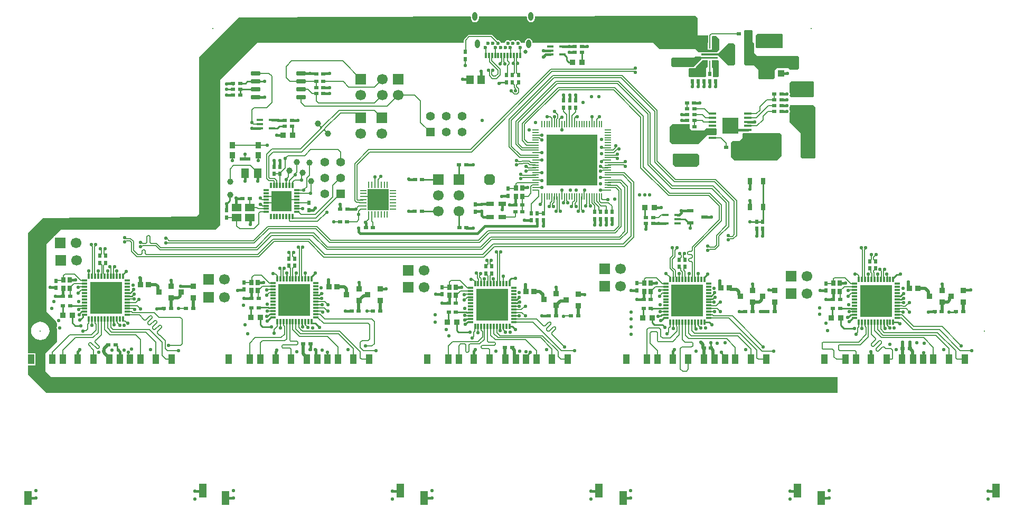
<source format=gtl>
G04*
G04 #@! TF.GenerationSoftware,Altium Limited,Altium Designer,23.10.1 (27)*
G04*
G04 Layer_Physical_Order=1*
G04 Layer_Color=255*
%FSLAX44Y44*%
%MOMM*%
G71*
G04*
G04 #@! TF.SameCoordinates,71CC738A-04A0-4CD5-BBD9-20E7C06DD327*
G04*
G04*
G04 #@! TF.FilePolarity,Positive*
G04*
G01*
G75*
%ADD17R,0.9000X1.0000*%
%ADD18R,1.7000X0.5500*%
%ADD19R,0.7500X0.6000*%
%ADD20R,1.6500X1.2000*%
%ADD21R,0.6000X0.7500*%
G04:AMPARAMS|DCode=22|XSize=0.91mm|YSize=0.93mm|CornerRadius=0.1138mm|HoleSize=0mm|Usage=FLASHONLY|Rotation=180.000|XOffset=0mm|YOffset=0mm|HoleType=Round|Shape=RoundedRectangle|*
%AMROUNDEDRECTD22*
21,1,0.9100,0.7025,0,0,180.0*
21,1,0.6825,0.9300,0,0,180.0*
1,1,0.2275,-0.3413,0.3513*
1,1,0.2275,0.3413,0.3513*
1,1,0.2275,0.3413,-0.3513*
1,1,0.2275,-0.3413,-0.3513*
%
%ADD22ROUNDEDRECTD22*%
%ADD23C,1.0000*%
%ADD24R,0.3000X0.9000*%
%ADD25R,1.0000X1.5000*%
%ADD26R,1.2000X2.2000*%
%ADD27R,0.9000X0.9000*%
G04:AMPARAMS|DCode=28|XSize=0.84mm|YSize=0.26mm|CornerRadius=0.0325mm|HoleSize=0mm|Usage=FLASHONLY|Rotation=270.000|XOffset=0mm|YOffset=0mm|HoleType=Round|Shape=RoundedRectangle|*
%AMROUNDEDRECTD28*
21,1,0.8400,0.1950,0,0,270.0*
21,1,0.7750,0.2600,0,0,270.0*
1,1,0.0650,-0.0975,-0.3875*
1,1,0.0650,-0.0975,0.3875*
1,1,0.0650,0.0975,0.3875*
1,1,0.0650,0.0975,-0.3875*
%
%ADD28ROUNDEDRECTD28*%
%ADD29R,0.2500X0.6500*%
%ADD30R,1.1176X0.5588*%
G04:AMPARAMS|DCode=31|XSize=1.49mm|YSize=0.61mm|CornerRadius=0.0763mm|HoleSize=0mm|Usage=FLASHONLY|Rotation=0.000|XOffset=0mm|YOffset=0mm|HoleType=Round|Shape=RoundedRectangle|*
%AMROUNDEDRECTD31*
21,1,1.4900,0.4575,0,0,0.0*
21,1,1.3375,0.6100,0,0,0.0*
1,1,0.1525,0.6688,-0.2288*
1,1,0.1525,-0.6688,-0.2288*
1,1,0.1525,-0.6688,0.2288*
1,1,0.1525,0.6688,0.2288*
%
%ADD31ROUNDEDRECTD31*%
%ADD32R,1.0200X0.4000*%
%ADD33R,0.7500X0.8500*%
%ADD34R,1.5000X1.2000*%
%ADD35R,0.2032X1.0160*%
%ADD36R,1.0160X0.2032*%
%ADD37R,1.0000X1.0200*%
%ADD38R,1.8200X1.2100*%
%ADD39R,0.8636X3.2512*%
%ADD40R,1.8500X3.4000*%
%ADD41R,1.2048X0.7492*%
G04:AMPARAMS|DCode=42|XSize=0.26mm|YSize=0.84mm|CornerRadius=0.0325mm|HoleSize=0mm|Usage=FLASHONLY|Rotation=270.000|XOffset=0mm|YOffset=0mm|HoleType=Round|Shape=RoundedRectangle|*
%AMROUNDEDRECTD42*
21,1,0.2600,0.7750,0,0,270.0*
21,1,0.1950,0.8400,0,0,270.0*
1,1,0.0650,-0.3875,-0.0975*
1,1,0.0650,-0.3875,0.0975*
1,1,0.0650,0.3875,0.0975*
1,1,0.0650,0.3875,-0.0975*
%
%ADD42ROUNDEDRECTD42*%
%ADD43R,0.3048X0.8128*%
%ADD44R,0.8128X0.3048*%
G04:AMPARAMS|DCode=45|XSize=1.215mm|YSize=0.387mm|CornerRadius=0.0968mm|HoleSize=0mm|Usage=FLASHONLY|Rotation=0.000|XOffset=0mm|YOffset=0mm|HoleType=Round|Shape=RoundedRectangle|*
%AMROUNDEDRECTD45*
21,1,1.2150,0.1935,0,0,0.0*
21,1,1.0215,0.3870,0,0,0.0*
1,1,0.1935,0.5108,-0.0968*
1,1,0.1935,-0.5108,-0.0968*
1,1,0.1935,-0.5108,0.0968*
1,1,0.1935,0.5108,0.0968*
%
%ADD45ROUNDEDRECTD45*%
%ADD46R,0.8500X0.9500*%
%ADD47R,0.2540X1.0668*%
%ADD48R,0.6500X1.0500*%
%ADD49R,1.0668X0.2540*%
%ADD50R,1.1500X1.3500*%
%ADD51R,1.3000X1.5000*%
%ADD52R,2.5000X2.6000*%
%ADD53R,3.2512X3.2512*%
%ADD87R,3.3528X3.3528*%
%ADD88R,8.1026X8.1026*%
%ADD94C,1.3970*%
%ADD98R,1.3970X1.3970*%
%ADD102R,5.1000X5.1000*%
%ADD103R,2.3000X0.2500*%
%ADD104R,0.7750X0.2500*%
%ADD105C,0.5080*%
%ADD106C,0.2540*%
%ADD107C,0.2032*%
%ADD108C,0.3810*%
%ADD109C,0.1565*%
%ADD110C,0.1582*%
%ADD111C,1.7000*%
%ADD112R,1.7000X1.7000*%
%ADD113C,0.6000*%
%ADD114O,0.8000X1.4000*%
%ADD115C,1.3980*%
%ADD116R,1.3980X1.3980*%
%ADD117R,1.7000X1.7000*%
G04:AMPARAMS|DCode=118|XSize=1.7mm|YSize=1.7mm|CornerRadius=0mm|HoleSize=0mm|Usage=FLASHONLY|Rotation=90.000|XOffset=0mm|YOffset=0mm|HoleType=Round|Shape=Octagon|*
%AMOCTAGOND118*
4,1,8,0.4250,0.8500,-0.4250,0.8500,-0.8500,0.4250,-0.8500,-0.4250,-0.4250,-0.8500,0.4250,-0.8500,0.8500,-0.4250,0.8500,0.4250,0.4250,0.8500,0.0*
%
%ADD118OCTAGOND118*%

%ADD119C,0.6500*%
%ADD120C,0.3000*%
%ADD121C,0.5588*%
%ADD122C,0.4572*%
G36*
X1084072Y853440D02*
Y825500D01*
X1100502Y825500D01*
X1100511Y825489D01*
Y813392D01*
X1100337D01*
Y802828D01*
X1106901D01*
Y813392D01*
X1106727D01*
Y824202D01*
X1107597Y825072D01*
X1113710D01*
X1118870Y819912D01*
Y802640D01*
X1115060Y798830D01*
X1085850Y798830D01*
X1080770Y803910D01*
X1022858D01*
X1012698Y814070D01*
X819228Y814070D01*
Y814700D01*
X818760Y817054D01*
X817426Y819049D01*
X815431Y820382D01*
X813077Y820850D01*
X810724Y820382D01*
X808729Y819049D01*
X807395Y817054D01*
X806927Y814700D01*
Y814070D01*
X800658D01*
X800520Y814763D01*
X799408Y816428D01*
X797743Y817540D01*
X795780Y817931D01*
X793817Y817540D01*
X792694Y816790D01*
X791780Y816533D01*
X790866Y816790D01*
X789743Y817540D01*
X787780Y817931D01*
X785817Y817540D01*
X784694Y816790D01*
X783780Y816533D01*
X782866Y816790D01*
X781743Y817540D01*
X779780Y817931D01*
X777817Y817540D01*
X776152Y816428D01*
X775040Y814763D01*
X774902Y814070D01*
X768658D01*
X768520Y814763D01*
X767408Y816428D01*
X765743Y817540D01*
X763780Y817931D01*
X762896Y817755D01*
X755119Y825532D01*
X754185Y826156D01*
X753083Y826375D01*
X717485D01*
X716383Y826156D01*
X715449Y825532D01*
X709927Y820010D01*
X709303Y819076D01*
X709083Y817974D01*
Y814070D01*
X378460Y814070D01*
X318516Y754126D01*
Y521462D01*
X311277Y514223D01*
X63119D01*
X52442Y503546D01*
X51698D01*
Y502802D01*
X40132Y491236D01*
X40132Y382524D01*
X54555Y368101D01*
X54890Y366417D01*
X55957Y364821D01*
X56642Y364363D01*
Y358622D01*
X56294Y356870D01*
X56642Y355118D01*
Y347996D01*
X56642Y334204D01*
X38104Y315666D01*
Y287330D01*
X47808Y277626D01*
X1308354D01*
Y252222D01*
X40132D01*
X10414Y281940D01*
Y296568D01*
X22622D01*
Y315632D01*
X10414D01*
Y508762D01*
X34615Y532963D01*
X280223Y534731D01*
X284734Y539242D01*
Y790448D01*
X348427Y854140D01*
X719830Y855877D01*
X720730Y854981D01*
Y852700D01*
X721198Y850346D01*
X722531Y848351D01*
X724526Y847018D01*
X726880Y846550D01*
X729233Y847018D01*
X731229Y848351D01*
X732562Y850346D01*
X733030Y852700D01*
Y855939D01*
X780722Y856162D01*
X809630Y856297D01*
X810530Y855401D01*
Y852700D01*
X810998Y850346D01*
X812331Y848351D01*
X814326Y847018D01*
X816680Y846550D01*
X819034Y847018D01*
X821029Y848351D01*
X822362Y850346D01*
X822830Y852700D01*
Y856359D01*
X1012698Y857247D01*
X1080265D01*
X1084072Y853440D01*
D02*
G37*
G36*
X1220470Y826770D02*
Y806450D01*
X1219200Y805180D01*
X1178560D01*
X1177290Y806450D01*
Y825500D01*
X1179830Y828040D01*
X1219200D01*
X1220470Y826770D01*
D02*
G37*
G36*
X1088593Y791707D02*
X1088610Y791695D01*
X1088622Y791677D01*
X1088941Y791464D01*
X1089256Y791244D01*
X1089277Y791240D01*
X1089294Y791228D01*
X1089670Y791153D01*
X1090045Y791071D01*
X1090066Y791074D01*
X1090087Y791070D01*
X1115984D01*
X1116274Y790876D01*
X1116330Y790820D01*
Y788416D01*
X1116056Y788142D01*
X1114819D01*
X1114619Y788182D01*
X1114619Y788182D01*
X1107869D01*
X1107869Y788182D01*
X1107669Y788142D01*
X1105321D01*
Y787908D01*
X1101917D01*
Y788142D01*
X1099569D01*
X1099369Y788182D01*
X1099369Y788182D01*
X1092619D01*
X1092619Y788182D01*
X1092419Y788142D01*
X1090103D01*
Y787081D01*
X1077976Y774954D01*
X1043686Y774954D01*
X1041400Y777240D01*
Y787908D01*
X1043432Y789940D01*
X1078230D01*
X1080008Y791718D01*
X1088586D01*
X1088593Y791707D01*
D02*
G37*
G36*
X1117854Y784606D02*
Y760222D01*
X1116584Y758952D01*
X1109218D01*
X1108303Y759867D01*
Y769122D01*
X1108202D01*
Y773430D01*
X1107186Y774446D01*
Y785427D01*
X1107369Y785610D01*
X1107869Y786110D01*
X1114619D01*
X1114819Y786070D01*
X1116056D01*
X1116056Y786070D01*
X1116256Y786110D01*
X1116350D01*
X1117854Y784606D01*
D02*
G37*
G36*
X1144270Y810260D02*
Y779780D01*
X1141730Y777240D01*
X1132840D01*
X1117346Y792734D01*
X1117151D01*
Y793142D01*
X1090087D01*
X1089660Y794235D01*
Y795485D01*
X1090087Y796578D01*
X1117151D01*
Y797111D01*
X1132840Y812800D01*
X1141730D01*
X1144270Y810260D01*
D02*
G37*
G36*
X1099869Y785610D02*
Y785047D01*
Y775003D01*
X1097788Y772922D01*
Y759968D01*
X1096772Y758952D01*
X1071372D01*
X1069594Y760730D01*
Y771906D01*
X1070570Y772882D01*
X1077976D01*
X1077976Y772882D01*
X1078769Y773040D01*
X1079353Y773430D01*
X1079500D01*
X1081048Y774978D01*
X1081742D01*
Y775672D01*
X1092140Y786070D01*
X1092419D01*
X1092618Y786110D01*
X1092619D01*
X1092619Y786110D01*
X1099369D01*
X1099869Y785610D01*
D02*
G37*
G36*
X1172210Y833120D02*
X1172210Y815340D01*
X1174750Y812800D01*
Y797560D01*
X1179950Y792360D01*
X1244466D01*
X1246124Y790702D01*
Y772922D01*
X1244092Y770890D01*
X1231900D01*
X1229360Y773430D01*
X1211580D01*
X1207770Y769620D01*
Y758190D01*
X1205230Y755650D01*
X1182370D01*
X1181100Y756920D01*
Y770890D01*
X1174750Y777240D01*
X1160780D01*
X1158240Y779780D01*
Y833120D01*
X1159510Y834390D01*
X1170940D01*
X1172210Y833120D01*
D02*
G37*
G36*
X1270614Y750210D02*
Y728071D01*
X1268984Y726440D01*
X1233424D01*
X1231122Y728743D01*
X1231165Y728786D01*
X1231900Y730560D01*
Y732480D01*
X1231165Y734254D01*
X1230884Y734535D01*
Y749300D01*
X1233424Y751840D01*
X1268984D01*
X1270614Y750210D01*
D02*
G37*
G36*
X1070864Y676671D02*
X1072702Y674833D01*
Y674418D01*
X1073117D01*
X1074435Y673100D01*
X1093724D01*
X1097534Y676910D01*
X1100761D01*
X1101019Y676738D01*
X1102189Y676505D01*
X1112404D01*
X1113050Y676634D01*
X1114044Y675640D01*
Y666750D01*
X1112774Y665480D01*
X1098804D01*
X1084834Y651510D01*
X1042924D01*
X1039114Y655320D01*
Y679450D01*
X1042924Y683260D01*
X1070864D01*
Y676671D01*
D02*
G37*
G36*
X1272794Y709930D02*
Y629920D01*
X1271524Y628650D01*
X1251204D01*
X1248664Y631190D01*
Y668770D01*
X1230884Y686550D01*
Y700602D01*
X1231043Y700761D01*
X1231778Y702535D01*
Y704455D01*
X1231043Y706228D01*
X1230884Y706387D01*
Y710012D01*
X1231043Y710171D01*
X1231778Y711945D01*
Y713364D01*
X1232154Y713740D01*
X1268984D01*
X1272794Y709930D01*
D02*
G37*
G36*
X1218184Y666750D02*
Y632460D01*
X1210564Y624840D01*
X1143254D01*
X1136904Y631190D01*
Y654050D01*
X1139444Y656590D01*
X1150874D01*
X1155954Y661670D01*
Y668020D01*
X1157224Y669290D01*
X1215644D01*
X1218184Y666750D01*
D02*
G37*
G36*
X1086104Y633730D02*
Y618490D01*
X1082294Y614680D01*
X1048004Y614680D01*
X1044194Y618490D01*
Y635000D01*
X1045464Y636270D01*
X1083564D01*
X1086104Y633730D01*
D02*
G37*
%LPC*%
G36*
X30000Y366447D02*
X26206Y365948D01*
X22671Y364484D01*
X19636Y362154D01*
X17306Y359119D01*
X15842Y355584D01*
X15343Y351790D01*
X15842Y347996D01*
X17306Y344461D01*
X19636Y341426D01*
X22671Y339096D01*
X26206Y337632D01*
X30000Y337133D01*
X33793Y337632D01*
X37329Y339096D01*
X40364Y341426D01*
X42694Y344461D01*
X44158Y347996D01*
X44657Y351790D01*
X44158Y355584D01*
X42694Y359119D01*
X40364Y362154D01*
X37329Y364484D01*
X33793Y365948D01*
X30000Y366447D01*
D02*
G37*
G36*
X1260094Y739207D02*
X1258558Y738901D01*
X1257256Y738031D01*
X1256385Y736729D01*
X1256080Y735193D01*
X1256385Y733657D01*
X1256919Y732859D01*
X1256952Y732692D01*
X1257822Y731389D01*
X1259124Y730519D01*
X1260660Y730214D01*
X1262197Y730519D01*
X1263499Y731389D01*
X1264369Y732692D01*
X1264675Y734228D01*
Y734626D01*
X1264369Y736163D01*
X1263499Y737465D01*
X1262932Y738031D01*
X1261630Y738901D01*
X1260094Y739207D01*
D02*
G37*
G36*
X1241044Y738642D02*
X1239508Y738336D01*
X1238206Y737466D01*
X1237806Y737066D01*
X1236936Y735764D01*
X1236630Y734228D01*
X1236936Y732692D01*
X1237806Y731389D01*
X1239108Y730519D01*
X1240644Y730214D01*
X1242180Y730519D01*
X1243483Y731389D01*
X1243882Y731789D01*
X1244753Y733091D01*
X1245058Y734628D01*
X1244753Y736164D01*
X1243882Y737466D01*
X1242580Y738336D01*
X1241044Y738642D01*
D02*
G37*
%LPD*%
D17*
X379148Y633630D02*
D03*
X338148D02*
D03*
X379148Y649630D02*
D03*
X338148D02*
D03*
D18*
X358648Y627380D02*
D03*
D19*
X1105319Y324135D02*
D03*
X1300829Y402367D02*
D03*
X997299D02*
D03*
X898511Y798445D02*
D03*
X1218254Y703580D02*
D03*
Y722287D02*
D03*
X856840Y376060D02*
D03*
X1161640Y828180D02*
D03*
X887010Y798445D02*
D03*
X1218291Y731691D02*
D03*
X887010Y807923D02*
D03*
X1012784Y524510D02*
D03*
X472452Y764011D02*
D03*
X421989Y689387D02*
D03*
X713330Y517030D02*
D03*
X630330Y543420D02*
D03*
X484000Y741820D02*
D03*
X339234Y729834D02*
D03*
X803120Y553580D02*
D03*
X803157Y542430D02*
D03*
X78076Y391808D02*
D03*
X696566Y381902D02*
D03*
X380336Y388760D02*
D03*
X1008986Y387744D02*
D03*
X1312262Y387490D02*
D03*
X1129865Y646018D02*
D03*
X1078484Y679450D02*
D03*
X1078521Y688883D02*
D03*
X1067010Y707769D02*
D03*
X1066930Y717215D02*
D03*
X1001284Y533679D02*
D03*
X433489Y680142D02*
D03*
X66576Y391808D02*
D03*
X685066Y381902D02*
D03*
X368836Y388760D02*
D03*
X997486Y387744D02*
D03*
X1300762Y387490D02*
D03*
X472500Y751519D02*
D03*
Y741820D02*
D03*
X701450Y618350D02*
D03*
X701830Y517030D02*
D03*
X642210Y594500D02*
D03*
X641830Y543420D02*
D03*
X892400Y376060D02*
D03*
X540610Y383680D02*
D03*
X574900Y383820D02*
D03*
X1171800Y382668D02*
D03*
X1207360Y382808D02*
D03*
X239620Y387490D02*
D03*
X275180Y387630D02*
D03*
X1475330Y382410D02*
D03*
X1509620D02*
D03*
X563470Y517030D02*
D03*
X1012784Y533679D02*
D03*
X421989Y680142D02*
D03*
X1150140Y828180D02*
D03*
X1206791Y731691D02*
D03*
X1206754Y722287D02*
D03*
X1078510Y707769D02*
D03*
X1206754Y712990D02*
D03*
Y703580D02*
D03*
X563400Y383820D02*
D03*
X451707Y330739D02*
D03*
X880900Y376060D02*
D03*
X263680Y387630D02*
D03*
X775049Y324897D02*
D03*
X1498120Y382410D02*
D03*
X1195860Y382808D02*
D03*
X139287Y328961D02*
D03*
X1412748Y323850D02*
D03*
X1093819Y324135D02*
D03*
X472500Y732322D02*
D03*
X339234Y739275D02*
D03*
X484000Y751519D02*
D03*
X350734Y748708D02*
D03*
X1066984Y679450D02*
D03*
X845340Y376060D02*
D03*
X1463830Y382410D02*
D03*
X1160300Y382668D02*
D03*
X551970Y517030D02*
D03*
X529110Y383680D02*
D03*
X521881Y526827D02*
D03*
X228120Y387490D02*
D03*
X380149Y403637D02*
D03*
X365925Y564165D02*
D03*
X696379Y396017D02*
D03*
X77889Y407447D02*
D03*
X1008799Y402367D02*
D03*
X1312329D02*
D03*
X510381Y526827D02*
D03*
X791620Y553580D02*
D03*
X354425Y564165D02*
D03*
X510729Y546752D02*
D03*
X684879Y396017D02*
D03*
X368649Y403637D02*
D03*
X66389Y407447D02*
D03*
X339234Y748708D02*
D03*
X350734Y739275D02*
D03*
X898511Y807923D02*
D03*
X1067021Y688883D02*
D03*
X712950Y618350D02*
D03*
X630710Y594500D02*
D03*
X484000Y732322D02*
D03*
X1078430Y717215D02*
D03*
X1218254Y712990D02*
D03*
X1067021Y698478D02*
D03*
X483952Y764011D02*
D03*
X433489Y689387D02*
D03*
X1001284Y524510D02*
D03*
X463207Y330739D02*
D03*
X150787Y328961D02*
D03*
X786549Y324897D02*
D03*
X1424248Y323850D02*
D03*
X522229Y546752D02*
D03*
X350734Y729834D02*
D03*
X1078521Y698478D02*
D03*
X1141366Y646018D02*
D03*
X791657Y542430D02*
D03*
D20*
X1075351Y630160D02*
D03*
X1260660Y706228D02*
D03*
X1240644D02*
D03*
X1075351Y658160D02*
D03*
X1055074D02*
D03*
X1240644Y734228D02*
D03*
X1260660D02*
D03*
X1055074Y630160D02*
D03*
D21*
X1289273Y416316D02*
D03*
X986672Y416909D02*
D03*
X1075406Y751840D02*
D03*
X1093964Y751877D02*
D03*
X727487Y554641D02*
D03*
X869122Y721124D02*
D03*
X1188326Y515480D02*
D03*
X878700Y721124D02*
D03*
X888371D02*
D03*
X460787Y557181D02*
D03*
X134952Y460979D02*
D03*
X1093964Y763377D02*
D03*
X1084671D02*
D03*
X1075406Y763340D02*
D03*
X437611Y456156D02*
D03*
X1064016Y454529D02*
D03*
X125591Y460936D02*
D03*
X744502Y444004D02*
D03*
X428320Y456156D02*
D03*
X1054661Y454579D02*
D03*
X1368849Y451776D02*
D03*
X1359561D02*
D03*
X777301Y761664D02*
D03*
X711568Y798928D02*
D03*
X918632Y542705D02*
D03*
X928097D02*
D03*
X937427D02*
D03*
X946668Y542742D02*
D03*
X817362Y540546D02*
D03*
X869122Y709624D02*
D03*
X1112520Y763340D02*
D03*
X1178973Y526980D02*
D03*
X1188326D02*
D03*
X786700Y761651D02*
D03*
X796860D02*
D03*
X428320Y467656D02*
D03*
X437611D02*
D03*
X754115Y455504D02*
D03*
X744502D02*
D03*
X134952Y472479D02*
D03*
X125591Y472436D02*
D03*
X1368849Y463276D02*
D03*
X1359561D02*
D03*
X1064016Y466029D02*
D03*
X1054661Y466079D02*
D03*
X786700Y750151D02*
D03*
X796860D02*
D03*
X826767Y540510D02*
D03*
X836332D02*
D03*
X826767Y529010D02*
D03*
X414348Y615095D02*
D03*
X356897Y429679D02*
D03*
X674113Y422059D02*
D03*
X328453Y533489D02*
D03*
X54833Y432219D02*
D03*
X986672Y428409D02*
D03*
X1289273Y427817D02*
D03*
X779920Y579600D02*
D03*
Y568100D02*
D03*
X405000Y603595D02*
D03*
X328453Y544989D02*
D03*
X1103271Y751840D02*
D03*
X674113Y410559D02*
D03*
X356897Y418179D02*
D03*
X54833Y420719D02*
D03*
X1084671Y751877D02*
D03*
X918632Y531205D02*
D03*
X928097D02*
D03*
X937427D02*
D03*
X836332Y529010D02*
D03*
X727487Y543141D02*
D03*
X405000Y615095D02*
D03*
X460787Y545681D02*
D03*
X946668Y531242D02*
D03*
X817362Y529047D02*
D03*
X1112520Y751840D02*
D03*
X777301Y750164D02*
D03*
X711568Y787428D02*
D03*
X1178973Y515480D02*
D03*
X414348Y603595D02*
D03*
X754115Y444004D02*
D03*
X878700Y709624D02*
D03*
X888371D02*
D03*
X1103271Y763340D02*
D03*
D22*
X698226Y366014D02*
D03*
X382504Y373380D02*
D03*
X1011154Y372872D02*
D03*
X1313668Y372364D02*
D03*
X999183Y549366D02*
D03*
X434330Y665480D02*
D03*
X883504Y782474D02*
D03*
X66060Y376682D02*
D03*
X683026Y366014D02*
D03*
X367304Y373380D02*
D03*
X995954Y372872D02*
D03*
X1298468Y372364D02*
D03*
X419129Y665480D02*
D03*
X81260Y376682D02*
D03*
X1014383Y549366D02*
D03*
X898704Y782474D02*
D03*
D23*
X334264Y570230D02*
D03*
X490982Y668020D02*
D03*
X475488Y684022D02*
D03*
X464566Y592074D02*
D03*
X461518Y621538D02*
D03*
X450342Y605790D02*
D03*
X441706Y622554D02*
D03*
X429768Y608584D02*
D03*
X334264Y591312D02*
D03*
D24*
X799280Y793700D02*
D03*
X744280D02*
D03*
X779280D02*
D03*
X789280D02*
D03*
X794280D02*
D03*
X769280D02*
D03*
X774280D02*
D03*
X754280D02*
D03*
X749280D02*
D03*
X784280D02*
D03*
X759280D02*
D03*
X764280D02*
D03*
D25*
X474103Y306100D02*
D03*
X407103D02*
D03*
X792340D02*
D03*
X725340D02*
D03*
X157340D02*
D03*
X90340D02*
D03*
X1428960D02*
D03*
X1361960D02*
D03*
X1111110D02*
D03*
X1044110D02*
D03*
X432103D02*
D03*
X507103D02*
D03*
X382853D02*
D03*
X365853D02*
D03*
X557103D02*
D03*
X532103D02*
D03*
X457103D02*
D03*
X750340D02*
D03*
X825340D02*
D03*
X701090D02*
D03*
X684090D02*
D03*
X875340D02*
D03*
X850340D02*
D03*
X775340D02*
D03*
X115340D02*
D03*
X190340D02*
D03*
X66090D02*
D03*
X49090D02*
D03*
X240340D02*
D03*
X215340D02*
D03*
X140340D02*
D03*
X1386960D02*
D03*
X1461960D02*
D03*
X1337710D02*
D03*
X1320710D02*
D03*
X1511960D02*
D03*
X1486960D02*
D03*
X1411960D02*
D03*
X1069110D02*
D03*
X1144110D02*
D03*
X1019860D02*
D03*
X1002860D02*
D03*
X1194110D02*
D03*
X1169110D02*
D03*
X1094110D02*
D03*
X332352D02*
D03*
X490602D02*
D03*
X650590D02*
D03*
X808840D02*
D03*
X173840D02*
D03*
X15590D02*
D03*
X1287210D02*
D03*
X1445460D02*
D03*
X969360D02*
D03*
X1127610D02*
D03*
D26*
X327352Y84100D02*
D03*
X607352Y96100D02*
D03*
X645590Y84100D02*
D03*
X925590Y96100D02*
D03*
X10590Y84100D02*
D03*
X290590Y96100D02*
D03*
X1282210Y84100D02*
D03*
X1562210Y96100D02*
D03*
X964360Y84100D02*
D03*
X1244360Y96100D02*
D03*
D27*
X892680Y410630D02*
D03*
X872920Y401320D02*
D03*
X574750Y419520D02*
D03*
X1207640Y416980D02*
D03*
X275460Y423330D02*
D03*
X1509900Y416980D02*
D03*
X837360Y402590D02*
D03*
X892680Y391630D02*
D03*
X554990Y410210D02*
D03*
X540890Y400520D02*
D03*
X521130Y410210D02*
D03*
X574750Y400520D02*
D03*
X1187880Y407670D02*
D03*
X1172080Y397980D02*
D03*
X1152320Y407670D02*
D03*
X1207640Y397980D02*
D03*
X239900Y404330D02*
D03*
X255700Y414020D02*
D03*
X220140D02*
D03*
X275460Y404330D02*
D03*
X1490140Y407670D02*
D03*
X1475610Y397980D02*
D03*
X1455850Y407670D02*
D03*
X1509900Y397980D02*
D03*
X1475610Y416980D02*
D03*
X1172080D02*
D03*
X540890Y419520D02*
D03*
X239900Y423330D02*
D03*
X857120Y411900D02*
D03*
Y392900D02*
D03*
D28*
X152917Y439248D02*
D03*
X107917D02*
D03*
X132917D02*
D03*
X137917D02*
D03*
X107917Y370547D02*
D03*
X152917D02*
D03*
X434893Y435438D02*
D03*
X727109Y359118D02*
D03*
X772109D02*
D03*
X757109Y427817D02*
D03*
X454893Y366738D02*
D03*
X409893D02*
D03*
X439893Y435438D02*
D03*
X122917Y439248D02*
D03*
X112917Y370547D02*
D03*
X742109Y427817D02*
D03*
X732109Y359118D02*
D03*
X1064668Y434425D02*
D03*
X127917Y439248D02*
D03*
X747109Y427817D02*
D03*
X429893Y435438D02*
D03*
X1059668Y434425D02*
D03*
X1367492Y434168D02*
D03*
X1362492D02*
D03*
X1069668Y434425D02*
D03*
X1039668Y365725D02*
D03*
X1084668D02*
D03*
X1372492Y434168D02*
D03*
X1342492Y365467D02*
D03*
X1387492D02*
D03*
X1044668Y365725D02*
D03*
X1054668Y434425D02*
D03*
X1357492Y434168D02*
D03*
X1347492Y365467D02*
D03*
X147917Y370547D02*
D03*
X767109Y359118D02*
D03*
X449893Y366738D02*
D03*
X1079668Y365725D02*
D03*
X1382492Y365467D02*
D03*
X429893Y366738D02*
D03*
X434893D02*
D03*
X424893D02*
D03*
X419893D02*
D03*
X444893D02*
D03*
X439893D02*
D03*
X747109Y359118D02*
D03*
X752109D02*
D03*
X742109D02*
D03*
X737109D02*
D03*
X762109D02*
D03*
X757109D02*
D03*
X127917Y370547D02*
D03*
X132917D02*
D03*
X122917D02*
D03*
X117917D02*
D03*
X142917D02*
D03*
X137917D02*
D03*
X1362492Y365467D02*
D03*
X1367492D02*
D03*
X1357492D02*
D03*
X1352492D02*
D03*
X1377492D02*
D03*
X1372492D02*
D03*
X1059668Y365725D02*
D03*
X1064668D02*
D03*
X1054668D02*
D03*
X1049668D02*
D03*
X1074668D02*
D03*
X1069668D02*
D03*
X449893Y435438D02*
D03*
X444893D02*
D03*
X767109Y427817D02*
D03*
X762109D02*
D03*
X147917Y439248D02*
D03*
X142917D02*
D03*
X1382492Y434168D02*
D03*
X1377492D02*
D03*
X1079668Y434425D02*
D03*
X1074668D02*
D03*
X419893Y435438D02*
D03*
X414893D02*
D03*
X737109Y427817D02*
D03*
X732109D02*
D03*
X117917Y439248D02*
D03*
X112917D02*
D03*
X1352492Y434168D02*
D03*
X1347492D02*
D03*
X1049668Y434425D02*
D03*
X1044668D02*
D03*
X162917Y439248D02*
D03*
X157917D02*
D03*
Y370547D02*
D03*
X162917D02*
D03*
X414893Y366738D02*
D03*
X409893Y435438D02*
D03*
X727109Y427817D02*
D03*
X1387492Y434168D02*
D03*
X1342492D02*
D03*
X777109Y427817D02*
D03*
X752109D02*
D03*
X464893Y435438D02*
D03*
X454893D02*
D03*
X1084668Y434425D02*
D03*
X1039668D02*
D03*
X772109Y427817D02*
D03*
X424893Y435438D02*
D03*
X1094668Y365725D02*
D03*
Y434425D02*
D03*
X1089668D02*
D03*
X782109Y427817D02*
D03*
X1089668Y365725D02*
D03*
X464893Y366738D02*
D03*
X459893D02*
D03*
Y435438D02*
D03*
X777109Y359118D02*
D03*
X782109D02*
D03*
X1397492Y434168D02*
D03*
X1392492D02*
D03*
Y365467D02*
D03*
X1397492D02*
D03*
D29*
X1103619Y781610D02*
D03*
Y808110D02*
D03*
D30*
X1072388Y544170D02*
D03*
X1094740Y534670D02*
D03*
X1072388Y525170D02*
D03*
D31*
X375582Y739140D02*
D03*
Y726440D02*
D03*
X448182Y764540D02*
D03*
Y751840D02*
D03*
X375582Y764540D02*
D03*
X448182Y739140D02*
D03*
X375582Y751840D02*
D03*
X448182Y726440D02*
D03*
D32*
X382270Y676910D02*
D03*
X847500Y794870D02*
D03*
X401770Y689910D02*
D03*
X867000Y807870D02*
D03*
X1032060Y524510D02*
D03*
X867000Y794870D02*
D03*
X1032060Y537510D02*
D03*
X401770Y676910D02*
D03*
X1051560Y531010D02*
D03*
X382270Y683410D02*
D03*
X847500Y801370D02*
D03*
X382270Y689910D02*
D03*
X847500Y807870D02*
D03*
X1051560Y537510D02*
D03*
Y524510D02*
D03*
D33*
X802810Y580790D02*
D03*
X792310Y567290D02*
D03*
X368130Y416160D02*
D03*
X378630Y429660D02*
D03*
X67140Y419970D02*
D03*
X77640Y433470D02*
D03*
X1301580Y414890D02*
D03*
X1312080Y428390D02*
D03*
X998050Y414890D02*
D03*
X1008550Y428390D02*
D03*
X802810Y567290D02*
D03*
X368130Y429660D02*
D03*
X378630Y416160D02*
D03*
X685630Y422040D02*
D03*
X696130Y408540D02*
D03*
X67140Y433470D02*
D03*
X77640Y419970D02*
D03*
X998050Y428390D02*
D03*
X1008550Y414890D02*
D03*
X1301580Y428390D02*
D03*
X1312080Y414890D02*
D03*
X792310Y580790D02*
D03*
X685630Y408540D02*
D03*
X696130Y422040D02*
D03*
D34*
X365846Y533528D02*
D03*
X344846Y549528D02*
D03*
X365846D02*
D03*
X344846Y533528D02*
D03*
D35*
X930247Y567664D02*
D03*
X914247Y683488D02*
D03*
X866247Y567664D02*
D03*
X902247D02*
D03*
X922247Y683488D02*
D03*
X886247D02*
D03*
X866247D02*
D03*
X914247Y567664D02*
D03*
X918247D02*
D03*
X922247D02*
D03*
X926247D02*
D03*
X874247Y683488D02*
D03*
X834247Y567664D02*
D03*
X858247Y683488D02*
D03*
X862247D02*
D03*
X850247D02*
D03*
X854247D02*
D03*
Y567664D02*
D03*
X850247D02*
D03*
X890247D02*
D03*
X886247D02*
D03*
X874247D02*
D03*
X870247D02*
D03*
X862247D02*
D03*
X858247D02*
D03*
X910247D02*
D03*
X906247D02*
D03*
X898247D02*
D03*
X894247D02*
D03*
X838247D02*
D03*
X882247Y683488D02*
D03*
X878247D02*
D03*
X842247Y567664D02*
D03*
X878247D02*
D03*
X846247D02*
D03*
X882247D02*
D03*
X930247Y683488D02*
D03*
X926247D02*
D03*
X918247D02*
D03*
X910247D02*
D03*
X906247D02*
D03*
X902247D02*
D03*
X898247D02*
D03*
X894247D02*
D03*
X890247D02*
D03*
X870247D02*
D03*
X846247D02*
D03*
X842247D02*
D03*
X838247D02*
D03*
X834247D02*
D03*
D36*
X940159Y597576D02*
D03*
Y625576D02*
D03*
X824335Y665576D02*
D03*
Y637576D02*
D03*
Y605576D02*
D03*
X940159Y577576D02*
D03*
Y645576D02*
D03*
X824335Y661576D02*
D03*
Y625576D02*
D03*
Y581576D02*
D03*
Y585576D02*
D03*
Y577576D02*
D03*
Y593576D02*
D03*
X940159Y585576D02*
D03*
Y581576D02*
D03*
Y613576D02*
D03*
Y609576D02*
D03*
X824335Y649576D02*
D03*
Y653576D02*
D03*
X940159Y637576D02*
D03*
Y641576D02*
D03*
X824335Y617576D02*
D03*
Y621576D02*
D03*
X940159Y605576D02*
D03*
Y601576D02*
D03*
Y593576D02*
D03*
Y589576D02*
D03*
Y633576D02*
D03*
Y629576D02*
D03*
Y621576D02*
D03*
Y617576D02*
D03*
X824335Y629576D02*
D03*
Y633576D02*
D03*
Y641576D02*
D03*
Y645576D02*
D03*
Y597576D02*
D03*
Y601576D02*
D03*
Y609576D02*
D03*
Y613576D02*
D03*
Y589576D02*
D03*
X940159Y649576D02*
D03*
Y653576D02*
D03*
Y657576D02*
D03*
Y661576D02*
D03*
Y665576D02*
D03*
Y669576D02*
D03*
Y673576D02*
D03*
X824335Y673576D02*
D03*
Y669576D02*
D03*
Y657576D02*
D03*
D37*
X1202720Y764540D02*
D03*
X1217900D02*
D03*
D38*
X1209040Y783060D02*
D03*
X1187450D02*
D03*
X1070610Y812060D02*
D03*
X1187450D02*
D03*
X1209040D02*
D03*
X1070610Y783060D02*
D03*
D39*
X1163672Y795176D02*
D03*
X1136748D02*
D03*
D40*
X1261174Y651510D02*
D03*
X1205674D02*
D03*
D41*
X770254Y555330D02*
D03*
X751206D02*
D03*
Y534330D02*
D03*
X770254D02*
D03*
D42*
X101067Y392397D02*
D03*
X720259Y380967D02*
D03*
X403043Y388587D02*
D03*
X1032818Y387575D02*
D03*
X1335642Y387318D02*
D03*
X101067Y422397D02*
D03*
X169767Y412397D02*
D03*
X720259Y410967D02*
D03*
X788959Y400967D02*
D03*
X471743Y408587D02*
D03*
X403043Y418587D02*
D03*
X101067Y387397D02*
D03*
X720259Y375967D02*
D03*
X403043Y383587D02*
D03*
X1101518Y407575D02*
D03*
X1032818Y417575D02*
D03*
X1335642Y417318D02*
D03*
X1404342Y407318D02*
D03*
X169767Y407397D02*
D03*
X788959Y395967D02*
D03*
X1032818Y382575D02*
D03*
X471743Y403587D02*
D03*
X1101518Y402575D02*
D03*
X1335642Y382318D02*
D03*
X1404342Y402318D02*
D03*
X720259Y405967D02*
D03*
X101067Y417397D02*
D03*
X403043Y413587D02*
D03*
X1032818Y412575D02*
D03*
X1335642Y412318D02*
D03*
X471743Y383587D02*
D03*
Y388587D02*
D03*
Y378587D02*
D03*
Y373587D02*
D03*
Y398587D02*
D03*
Y393587D02*
D03*
X403043Y378587D02*
D03*
Y373587D02*
D03*
X788959Y375967D02*
D03*
Y380967D02*
D03*
Y370967D02*
D03*
Y365967D02*
D03*
Y390967D02*
D03*
Y385967D02*
D03*
X720259Y370967D02*
D03*
Y365967D02*
D03*
X169767Y387397D02*
D03*
Y392397D02*
D03*
Y382397D02*
D03*
Y377397D02*
D03*
Y402397D02*
D03*
Y397397D02*
D03*
X101067Y382397D02*
D03*
Y377397D02*
D03*
X1404342Y382318D02*
D03*
Y387318D02*
D03*
Y377318D02*
D03*
Y372318D02*
D03*
Y397318D02*
D03*
Y392318D02*
D03*
X1335642Y377318D02*
D03*
Y372318D02*
D03*
X1101518Y382575D02*
D03*
Y387575D02*
D03*
Y377575D02*
D03*
Y372575D02*
D03*
Y397575D02*
D03*
Y392575D02*
D03*
X1032818Y377575D02*
D03*
Y372575D02*
D03*
X403043Y428587D02*
D03*
Y423587D02*
D03*
X720259Y420967D02*
D03*
Y415967D02*
D03*
X101067Y432397D02*
D03*
Y427397D02*
D03*
X1032818Y427575D02*
D03*
Y422575D02*
D03*
X1335642Y427318D02*
D03*
Y422318D02*
D03*
X101067Y412397D02*
D03*
Y407397D02*
D03*
Y402397D02*
D03*
Y397397D02*
D03*
X169767Y417397D02*
D03*
Y422397D02*
D03*
Y427397D02*
D03*
Y432397D02*
D03*
X1032818Y392575D02*
D03*
Y407575D02*
D03*
Y402575D02*
D03*
Y397575D02*
D03*
X471743Y428587D02*
D03*
Y423587D02*
D03*
Y418587D02*
D03*
Y413587D02*
D03*
X403043Y393587D02*
D03*
Y398587D02*
D03*
Y403587D02*
D03*
Y408587D02*
D03*
X720259Y400967D02*
D03*
Y395967D02*
D03*
Y390967D02*
D03*
Y385967D02*
D03*
X788959Y405967D02*
D03*
Y410967D02*
D03*
Y415967D02*
D03*
Y420967D02*
D03*
X1101518Y412575D02*
D03*
Y417575D02*
D03*
Y422575D02*
D03*
Y427575D02*
D03*
X1335642Y407318D02*
D03*
Y402318D02*
D03*
Y397318D02*
D03*
Y392318D02*
D03*
X1404342Y412318D02*
D03*
Y417318D02*
D03*
Y422318D02*
D03*
Y427318D02*
D03*
D43*
X434594Y535432D02*
D03*
X429514D02*
D03*
X409448Y584708D02*
D03*
X404622D02*
D03*
X434594D02*
D03*
X429514D02*
D03*
X424688D02*
D03*
X414528D02*
D03*
X399542D02*
D03*
X419608D02*
D03*
X424688Y535432D02*
D03*
X419608D02*
D03*
X414528D02*
D03*
X409448D02*
D03*
X404622D02*
D03*
X399542D02*
D03*
D44*
X441706Y557530D02*
D03*
Y542544D02*
D03*
Y572516D02*
D03*
Y577596D02*
D03*
Y547624D02*
D03*
X392430Y562610D02*
D03*
Y552450D02*
D03*
Y547624D02*
D03*
Y542544D02*
D03*
X441706Y562610D02*
D03*
X392430Y577596D02*
D03*
Y557530D02*
D03*
Y567690D02*
D03*
X441706D02*
D03*
Y552450D02*
D03*
X392430Y572516D02*
D03*
D45*
X1107297Y661031D02*
D03*
Y687031D02*
D03*
X1164436Y700031D02*
D03*
X1107297D02*
D03*
X1164436Y693531D02*
D03*
Y680531D02*
D03*
X1107297Y674031D02*
D03*
Y667531D02*
D03*
Y693531D02*
D03*
X1164436Y667531D02*
D03*
Y687031D02*
D03*
Y674031D02*
D03*
Y661031D02*
D03*
X1107297Y680531D02*
D03*
D46*
X190319Y426045D02*
D03*
X808766Y414836D02*
D03*
X492776Y422392D02*
D03*
X1121250Y420712D02*
D03*
X1423528Y420222D02*
D03*
X821866Y414836D02*
D03*
X505876Y422392D02*
D03*
X1134350Y420712D02*
D03*
X203419Y426045D02*
D03*
X1436628Y420222D02*
D03*
D47*
X571500Y585724D02*
D03*
X566500D02*
D03*
X561500Y538226D02*
D03*
X556500D02*
D03*
Y585724D02*
D03*
X561500D02*
D03*
X576500D02*
D03*
X581500D02*
D03*
X586500D02*
D03*
Y538226D02*
D03*
X581500D02*
D03*
X576500D02*
D03*
X571500D02*
D03*
X566500D02*
D03*
D48*
X1189056Y591488D02*
D03*
Y549988D02*
D03*
X1167556Y591488D02*
D03*
Y549988D02*
D03*
D49*
X547751Y556975D02*
D03*
Y561975D02*
D03*
Y546975D02*
D03*
Y576975D02*
D03*
Y566975D02*
D03*
Y551975D02*
D03*
X595249Y576975D02*
D03*
Y571975D02*
D03*
Y566975D02*
D03*
Y561975D02*
D03*
Y556975D02*
D03*
Y551975D02*
D03*
Y546975D02*
D03*
X547751Y571975D02*
D03*
D50*
X736888Y754798D02*
D03*
X719388D02*
D03*
D51*
X378300Y604520D02*
D03*
X358300D02*
D03*
D52*
X1136121Y680531D02*
D03*
D53*
X417068Y560070D02*
D03*
D87*
X571500Y561975D02*
D03*
D88*
X882247Y625576D02*
D03*
D94*
X706120Y670560D02*
D03*
Y695960D02*
D03*
X680720D02*
D03*
X655320D02*
D03*
X680720Y670560D02*
D03*
D98*
X655320D02*
D03*
D102*
X135417Y404897D02*
D03*
X1067168Y400075D02*
D03*
X437393Y401087D02*
D03*
X754609Y393467D02*
D03*
X1369992Y399818D02*
D03*
D103*
X1103619Y789860D02*
D03*
Y794860D02*
D03*
Y799860D02*
D03*
D104*
X1096010Y784860D02*
D03*
X1111228Y784860D02*
D03*
X1096010Y804860D02*
D03*
X1111228D02*
D03*
D105*
X1092609Y324595D02*
X1093359D01*
X1089152Y333872D02*
X1092609Y330415D01*
X1093359Y324595D02*
X1093819Y324135D01*
X1092609Y324595D02*
Y330415D01*
X1089152Y333872D02*
Y334010D01*
X1094110Y306100D02*
Y324214D01*
X451707Y321977D02*
Y330739D01*
Y314809D02*
Y321977D01*
Y314809D02*
X454642Y311873D01*
X132334Y318770D02*
X132409Y318695D01*
X131826Y319415D02*
X132409Y319999D01*
Y316531D02*
Y318695D01*
Y316531D02*
X140340Y308600D01*
X131826Y319278D02*
Y319415D01*
X190319Y426045D02*
Y436807D01*
X807961Y415641D02*
Y425480D01*
X491926Y423242D02*
Y433325D01*
Y423242D02*
X492776Y422392D01*
X491828Y433423D02*
X491926Y433325D01*
X1119426Y431325D02*
X1119540Y431211D01*
Y422422D02*
X1121250Y420712D01*
X1119540Y422422D02*
Y431211D01*
X1119426Y431325D02*
Y431462D01*
X1421759Y430380D02*
X1421805Y430426D01*
X1421759Y424773D02*
Y430380D01*
X835569Y404381D02*
Y410416D01*
X821866Y414836D02*
X831154D01*
X834130Y411860D01*
Y411855D02*
X835569Y410416D01*
Y404381D02*
X837360Y402590D01*
X834130Y411855D02*
Y411860D01*
X892400Y376060D02*
Y391350D01*
X540610Y383680D02*
Y400240D01*
X548721Y408351D01*
X553131D01*
X554990Y410210D01*
X505876Y422392D02*
X507282D01*
X507586Y422089D01*
X517746D01*
X520721Y419113D01*
Y410619D02*
Y419113D01*
Y410619D02*
X521130Y410210D01*
X574900Y383820D02*
Y400370D01*
X1171800Y382668D02*
X1172080Y382948D01*
Y397980D01*
X1183199D01*
X1186175Y400956D01*
Y405965D01*
X1187880Y407670D01*
X1134350Y420212D02*
X1136060Y418502D01*
X1146486D01*
X1150360Y414628D01*
Y409630D02*
Y414628D01*
Y409630D02*
X1152320Y407670D01*
X1207360Y382808D02*
Y397700D01*
X239620Y387490D02*
Y404050D01*
X239900Y404330D01*
X251024D01*
X254000Y407306D01*
Y412320D01*
X255700Y414020D01*
X203419Y426045D02*
X215464D01*
X218440Y423069D01*
Y416052D02*
Y423069D01*
X275180Y387630D02*
Y404050D01*
X275460Y404330D01*
X1475330Y382410D02*
X1475610Y382690D01*
Y397980D01*
X1485048D01*
X1488180Y401112D02*
Y405710D01*
X1485048Y397980D02*
X1488180Y401112D01*
Y405710D02*
X1490140Y407670D01*
X1436628Y420222D02*
X1448461D01*
X1453890Y414793D01*
Y409630D02*
Y414793D01*
Y409630D02*
X1454912D01*
X1509620Y382410D02*
Y397700D01*
X455932Y309770D02*
X456746D01*
X454642Y311060D02*
X455932Y309770D01*
X454642Y311060D02*
Y311873D01*
X775049Y317918D02*
Y324897D01*
Y309213D02*
Y317918D01*
X1486553Y381938D02*
X1486650Y382035D01*
X1497745D02*
X1497923Y382213D01*
X1184671Y382793D02*
X1195845D01*
X132409Y323382D02*
X137414Y328387D01*
X132409Y319999D02*
Y323382D01*
X140340Y306100D02*
Y308600D01*
X1412494Y323596D02*
X1412748Y323342D01*
X1412710Y323888D02*
X1412748Y323850D01*
X1412671Y333192D02*
X1412710Y333154D01*
Y323888D02*
Y333154D01*
X1411960Y306100D02*
X1412748Y306888D01*
Y323342D01*
X1108771Y308439D02*
X1111110Y306100D01*
X1108771Y308439D02*
Y320683D01*
X1105319Y324135D02*
X1106069D01*
X1106529Y323675D01*
Y322925D02*
Y323675D01*
Y322925D02*
X1108771Y320683D01*
X787299Y324897D02*
X787759Y324437D01*
X786549Y324897D02*
X787299D01*
X787759Y323405D02*
Y324437D01*
Y323405D02*
X789883Y321281D01*
Y308557D02*
X792340Y306100D01*
X789883Y308557D02*
Y316992D01*
X1424248Y323850D02*
X1424998D01*
X1425458Y323390D01*
Y322640D02*
Y323390D01*
Y322640D02*
X1428860Y319238D01*
X1424248Y323850D02*
Y332924D01*
X789883Y316992D02*
Y321281D01*
X1428860Y306200D02*
Y308864D01*
Y319238D01*
X871002Y399402D02*
X872920Y401320D01*
X863622Y399402D02*
X871002D01*
X856840Y392620D02*
X863622Y399402D01*
X856840Y376060D02*
Y392620D01*
D106*
X1407007Y362884D02*
X1407832D01*
X1404424Y365467D02*
X1407007Y362884D01*
X1397492Y365467D02*
X1404424D01*
X1445971Y306611D02*
Y316501D01*
X1445460Y306100D02*
X1445971Y306611D01*
X1397492Y434168D02*
Y437067D01*
X1397663Y437098D02*
X1402779Y442214D01*
X1397522Y437098D02*
X1397663D01*
X1402779Y442214D02*
X1409700D01*
X1397492Y437067D02*
X1397522Y437098D01*
X1104900Y324554D02*
Y332486D01*
Y324554D02*
X1105319Y324135D01*
X1099811Y442468D02*
X1100074D01*
X1094668Y437325D02*
X1099811Y442468D01*
X1094668Y434425D02*
Y437325D01*
X1107123Y361188D02*
X1107440D01*
X1102586Y365725D02*
X1107123Y361188D01*
X1094668Y365725D02*
X1102586D01*
X1122249Y316267D02*
Y317092D01*
Y316267D02*
X1123880Y314636D01*
Y309830D02*
Y314636D01*
Y309830D02*
X1127610Y306100D01*
X786676Y359118D02*
X792226Y353568D01*
X782109Y359118D02*
X786676D01*
X782066Y427228D02*
Y433070D01*
X784860Y435864D01*
X791972D01*
X815740Y317433D02*
Y317918D01*
X812570Y309830D02*
Y314264D01*
X808840Y306100D02*
X812570Y309830D01*
Y314264D02*
X815740Y317433D01*
X470662Y444106D02*
Y444246D01*
X464893Y435438D02*
Y438338D01*
X470662Y444106D01*
X477520Y357124D02*
X477774Y356870D01*
X470828Y363816D02*
X477520Y357124D01*
X464893Y363846D02*
X464923Y363816D01*
X470828D01*
X464893Y363846D02*
Y366738D01*
X490602Y306100D02*
Y317628D01*
X162947Y442601D02*
X167640Y447294D01*
X162947Y439277D02*
Y442601D01*
X162917Y439248D02*
X162947Y439277D01*
X78232Y391922D02*
X78678Y392368D01*
X101037D01*
X101067Y392397D01*
X696754Y382090D02*
X713104D01*
X696566Y381902D02*
X696754Y382090D01*
X714197Y380998D02*
X720229D01*
X713104Y382090D02*
X714197Y380998D01*
X720229D02*
X720259Y380967D01*
X379730Y388112D02*
X380823Y389205D01*
X396004D02*
X396592Y388618D01*
X403013D02*
X403043Y388587D01*
X396592Y388618D02*
X403013D01*
X380823Y389205D02*
X396004D01*
X1009396Y386334D02*
X1010358D01*
X1012217Y388193D02*
X1025779D01*
X1010358Y386334D02*
X1012217Y388193D01*
X1025779D02*
X1026367Y387605D01*
X1032788D01*
X1032818Y387575D01*
X1324793Y387935D02*
X1325027Y388169D01*
X1330478Y387347D02*
X1335612D01*
X1329656Y388169D02*
X1330478Y387347D01*
X1313257Y387935D02*
X1324793D01*
X1325027Y388169D02*
X1329656D01*
X1312418Y387096D02*
X1313257Y387935D01*
X1335612Y387347D02*
X1335642Y387318D01*
X179362Y417962D02*
X179460Y417864D01*
X174058Y412427D02*
X179362Y417732D01*
X169797Y412427D02*
X174058D01*
X179362Y417732D02*
Y417962D01*
X169767Y412397D02*
X169797Y412427D01*
X794089Y401874D02*
X794126D01*
X797965Y405713D01*
X788989Y400998D02*
X793213D01*
X794089Y401874D01*
X797965Y405713D02*
Y405768D01*
X798503Y405231D01*
X788959Y400967D02*
X788989Y400998D01*
X479997Y411734D02*
X481647D01*
X482390Y412477D01*
X471743Y408587D02*
X471773Y408618D01*
X476881D01*
X479997Y411734D01*
X190246Y436880D02*
X190319Y436807D01*
X807961Y415641D02*
X808766Y414836D01*
X1105809Y407605D02*
X1110973Y412769D01*
Y413214D01*
X1101518Y407575D02*
X1101548Y407605D01*
X1105809D01*
X1413764Y411226D02*
X1414285Y410705D01*
X1412939Y411226D02*
X1413764D01*
X1409061Y407347D02*
X1412939Y411226D01*
X1404372Y407347D02*
X1409061D01*
X1404342Y407318D02*
X1404372Y407347D01*
X180004Y410636D02*
X180168D01*
X176765Y407397D02*
X180004Y410636D01*
X169767Y407397D02*
X176765D01*
X798364Y397766D02*
X798947Y398349D01*
X795729Y397766D02*
X798364D01*
X793960Y395998D02*
X795729Y397766D01*
X788989Y395998D02*
X793960D01*
X788959Y395967D02*
X788989Y395998D01*
X480980Y403587D02*
X481293Y403901D01*
X471743Y403587D02*
X480980D01*
X1107445Y402605D02*
X1110738Y405899D01*
X1112005D01*
X1101518Y402575D02*
X1101548Y402605D01*
X1107445D01*
X147917Y362369D02*
X148336Y361950D01*
X147917Y362369D02*
Y370547D01*
X767109Y352269D02*
Y359118D01*
X449893Y358843D02*
X450342Y358394D01*
X449893Y358843D02*
Y366738D01*
X1079668Y356702D02*
Y365725D01*
Y356702D02*
X1081278Y355092D01*
X1081298D01*
X1412857Y404114D02*
X1413764D01*
X1404342Y402318D02*
X1411061D01*
X1412857Y404114D01*
X1382492Y357662D02*
X1384808Y355346D01*
X1382492Y357662D02*
Y365467D01*
X999183Y535779D02*
Y549366D01*
Y535779D02*
X1001284Y533679D01*
X433489Y680142D02*
X434330Y679302D01*
Y665480D02*
Y679302D01*
X877570Y782320D02*
X883350D01*
X883504Y782474D01*
X873760Y786130D02*
X877570Y782320D01*
X873760Y786130D02*
Y791210D01*
X870100Y794870D02*
X873760Y791210D01*
X867000Y794870D02*
X870100D01*
X66318Y391550D02*
X66576Y391808D01*
X66318Y376706D02*
Y391550D01*
X66294Y376682D02*
X66318Y376706D01*
X684046Y366800D02*
Y380882D01*
X685066Y381902D01*
X683514Y366268D02*
X684046Y366800D01*
X368070Y375642D02*
Y387994D01*
X368836Y388760D01*
X368070Y375642D02*
X369316Y374396D01*
X996720Y373150D02*
Y384946D01*
X997486Y385712D01*
X995934Y372364D02*
X996720Y373150D01*
X1299464Y388366D02*
X1299615Y388215D01*
Y373511D02*
Y388215D01*
X1298468Y372364D02*
X1299615Y373511D01*
X701450Y594416D02*
Y618350D01*
Y594416D02*
X701506Y594360D01*
Y517354D02*
Y543560D01*
Y517354D02*
X701830Y517030D01*
X642210Y594500D02*
X642350Y594360D01*
X668020D01*
X641830Y543420D02*
X641970Y543560D01*
X668020D01*
X892400Y391350D02*
X892680Y391630D01*
X574750Y400520D02*
X574900Y400370D01*
X1207360Y397700D02*
X1207640Y397980D01*
X1509620Y397700D02*
X1509900Y397980D01*
X413276Y680142D02*
X422191D01*
X410044Y676910D02*
X413276Y680142D01*
X401770Y676910D02*
X410044D01*
X1167556Y526980D02*
X1178973D01*
X1188326D01*
X1189056Y527710D01*
Y549988D01*
Y591488D01*
X1072388Y516890D02*
Y525170D01*
X1069594D02*
X1072388D01*
X1051560Y531010D02*
X1063754D01*
X1069594Y525170D01*
X397924Y378558D02*
X403013D01*
X394271Y374904D02*
X397924Y378558D01*
X393446Y374904D02*
X394271D01*
X403013Y378558D02*
X403043Y378587D01*
X393925Y367370D02*
X400143Y373587D01*
X393925Y367049D02*
Y367370D01*
X400143Y373587D02*
X403043D01*
X710536Y369307D02*
X711361D01*
X712991Y370938D02*
X720229D01*
X711361Y369307D02*
X712991Y370938D01*
X720229D02*
X720259Y370967D01*
X774954Y309118D02*
X775049Y309213D01*
X715154Y365938D02*
X720229D01*
X720259Y365967D01*
X711543Y362327D02*
X715154Y365938D01*
X1486650Y382035D02*
X1497745D01*
X92456Y377698D02*
X93039Y378281D01*
Y379529D01*
X95878Y382368D01*
X101037D01*
X101067Y382397D01*
X92964Y368808D02*
X93443D01*
X98258Y373623D01*
Y377368D01*
X98288Y377397D01*
X101067D01*
X1329298Y377287D02*
X1335612D01*
X1325613Y373603D02*
X1329298Y377287D01*
X1324788Y373603D02*
X1325613D01*
X1335612Y377287D02*
X1335642Y377318D01*
X1326891Y366466D02*
X1332742Y372318D01*
X1326891Y366269D02*
Y366466D01*
X1332742Y372318D02*
X1335642D01*
X1021070Y375706D02*
X1024775D01*
X1026614Y377545D01*
X1032788D01*
X1020487Y375122D02*
X1021070Y375706D01*
X1032788Y377545D02*
X1032818Y377575D01*
X1025643Y368300D02*
X1029918Y372575D01*
X1032818D01*
X1024382Y368300D02*
X1025643D01*
X328422Y739394D02*
X328541Y739275D01*
X339234D01*
X375582Y751840D02*
X389382D01*
X358818Y748708D02*
X361950Y751840D01*
X375582D01*
X350734Y748708D02*
X358818D01*
X1318514Y355854D02*
X1335024D01*
X1313668Y360700D02*
X1318514Y355854D01*
X1313668Y360700D02*
Y372364D01*
X1313668Y372364D02*
X1313668Y372364D01*
X768389Y750164D02*
X777301D01*
X766509Y748284D02*
X768389Y750164D01*
X765556Y748284D02*
X766509D01*
X385896Y358140D02*
X399542D01*
X399796Y357886D01*
X382532Y361504D02*
X385896Y358140D01*
X382532Y361504D02*
Y373352D01*
X382504Y373380D02*
X382532Y373352D01*
X328676Y555498D02*
X333773Y560595D01*
Y568181D01*
X81260Y364764D02*
Y376682D01*
X698226Y351810D02*
Y366014D01*
Y351810D02*
X700335Y349701D01*
X719327D01*
X1011174Y365252D02*
Y372852D01*
X1011154Y372872D02*
X1011174Y372852D01*
Y365252D02*
X1014639Y361787D01*
X81260Y364764D02*
X86072Y359952D01*
X94870D01*
X153206Y323869D02*
Y327231D01*
X154686Y321564D02*
Y322389D01*
X153206Y323869D02*
X154686Y322389D01*
X151476Y328961D02*
X153206Y327231D01*
X150787Y328961D02*
X151476D01*
X789883Y316992D02*
X790032Y317142D01*
Y317842D01*
X1027339Y361787D02*
X1031240Y357886D01*
X1014639Y361787D02*
X1027339D01*
X1011174Y372852D02*
X1013027Y370999D01*
X1423924Y333248D02*
X1424248Y332924D01*
X332994Y568960D02*
X333773Y568181D01*
X1428696Y308864D02*
X1428860D01*
X1430020D01*
X424878Y435453D02*
Y443674D01*
Y435453D02*
X424893Y435438D01*
X424878Y443674D02*
X424942Y443738D01*
X350734Y729834D02*
Y739275D01*
X350868Y739140D01*
X375582D01*
X898511Y798445D02*
X898895Y798830D01*
X898704Y782474D02*
Y798251D01*
X898511Y798445D02*
X898704Y798251D01*
D107*
X1387477Y434182D02*
Y443063D01*
Y434182D02*
X1387492Y434168D01*
X1387462Y443078D02*
X1387477Y443063D01*
X170180Y309760D02*
X170953Y310533D01*
Y317875D01*
X170180Y309760D02*
X173840Y306100D01*
X169578Y364317D02*
X170540D01*
X166531Y367364D02*
X169578Y364317D01*
X163201Y367364D02*
X166531D01*
X162917Y367648D02*
X163201Y367364D01*
X162917Y367648D02*
Y370547D01*
X153201Y364694D02*
X157275Y360620D01*
Y360506D02*
Y360620D01*
X1372492Y434168D02*
Y442678D01*
X1372870Y443056D01*
X1357446Y434214D02*
Y442351D01*
X1357399Y442397D02*
X1357446Y442351D01*
Y434214D02*
X1357492Y434168D01*
X372378Y440944D02*
X384931D01*
X368981Y429660D02*
Y437547D01*
X372378Y440944D01*
X384931D02*
X397288Y428587D01*
X720554Y434275D02*
X721234Y433595D01*
X724232D01*
X727109Y430718D01*
X931237Y562610D02*
X939800D01*
X930247Y563600D02*
X931237Y562610D01*
X932788Y625576D02*
X940159D01*
X929825Y623575D02*
X930787D01*
X932788Y625576D01*
X928370Y598170D02*
X928964Y597576D01*
X940159D01*
X833809Y605576D02*
X834023Y605790D01*
X824335Y605576D02*
X833809D01*
X824335Y637576D02*
X834390D01*
X824335Y665576D02*
X834390D01*
X902247Y576538D02*
X902970Y577261D01*
X902247Y567664D02*
Y576538D01*
X866247Y577261D02*
X866562Y577576D01*
X866247Y567664D02*
Y577261D01*
X930247Y563600D02*
Y567664D01*
X914247Y694899D02*
X914400Y695052D01*
X914247Y683488D02*
Y694899D01*
X833939Y581576D02*
X834023Y581660D01*
X824335Y581576D02*
X833939D01*
X824335Y625576D02*
X834023D01*
X830023Y661576D02*
X834023Y657576D01*
X824335Y661576D02*
X830023D01*
X834023Y657576D02*
X834390D01*
X866247Y673891D02*
X866562Y673576D01*
X866247Y673891D02*
Y683488D01*
X929485Y645614D02*
X929523Y645576D01*
X940159D01*
X928685Y577576D02*
X940159D01*
X928370Y577261D02*
X928685Y577576D01*
X922247Y690899D02*
X926247Y694899D01*
X922247Y683488D02*
Y690899D01*
X888478Y695052D02*
X891178D01*
X886247Y692821D02*
X888478Y695052D01*
X886247Y683488D02*
Y692821D01*
X811892Y567290D02*
X816610Y572008D01*
Y583539D01*
X818647Y585576D02*
X824335D01*
X816610Y583539D02*
X818647Y585576D01*
X802810Y567290D02*
X811892D01*
X803120Y542467D02*
X803157Y542430D01*
X803120Y542467D02*
Y553580D01*
X802810Y553890D02*
X803120Y553580D01*
X802810Y553890D02*
Y567290D01*
X434594Y532940D02*
Y535432D01*
Y532940D02*
X435102Y532432D01*
X471726D02*
X509778Y570484D01*
X435102Y532432D02*
X471726D01*
X429514Y528316D02*
Y535432D01*
X474668Y527126D02*
X489744Y542202D01*
X430704Y527126D02*
X474668D01*
X429514Y528316D02*
X430704Y527126D01*
X460438Y557530D02*
X460787Y557181D01*
X441706Y557530D02*
X460438D01*
X1129865Y646018D02*
Y652498D01*
X1121333Y661031D02*
X1129865Y652498D01*
X1107297Y661031D02*
X1121333D01*
X98747Y352109D02*
X103359D01*
X98066Y351428D02*
X98747Y352109D01*
X103359D02*
X106008Y354758D01*
Y362040D01*
X107815Y363847D01*
Y370446D01*
X107917Y370547D01*
X90834Y421518D02*
X91713Y422397D01*
X101067D01*
X137917Y439248D02*
Y447758D01*
X138295Y448136D01*
X153201Y364694D02*
Y370263D01*
X152917Y370547D02*
X153201Y370263D01*
X1091778Y688883D02*
X1093630Y687031D01*
X1107297D01*
X1078521Y688883D02*
X1091778D01*
X1078521Y679487D02*
Y688883D01*
X1078484Y679450D02*
X1078521Y679487D01*
X1067010Y707769D02*
Y717135D01*
X1066930Y717215D02*
X1067010Y717135D01*
X756238Y435622D02*
X756825Y435035D01*
Y428102D02*
Y435035D01*
Y428102D02*
X757109Y427817D01*
X722327Y340360D02*
Y340740D01*
X724916Y343328D01*
Y349622D01*
X727007Y351713D01*
X772109Y359118D02*
X772393Y358834D01*
Y354197D02*
X775661Y350929D01*
X772393Y354197D02*
Y358834D01*
X775661Y349967D02*
Y350929D01*
X727007Y351713D02*
Y359016D01*
X710906Y410967D02*
X720259D01*
X710027Y410088D02*
X710906Y410967D01*
X727007Y359016D02*
X727109Y359118D01*
X439893Y443948D02*
X440271Y444326D01*
X439893Y435438D02*
Y443948D01*
X405111Y354311D02*
X409791Y358991D01*
X405111Y347980D02*
Y354311D01*
X458683Y357463D02*
Y358425D01*
X455177Y361931D02*
X458683Y358425D01*
X454893Y366738D02*
X455177Y366454D01*
Y361931D02*
Y366454D01*
X409791Y358991D02*
Y366636D01*
X393689Y418587D02*
X403043D01*
X392810Y417708D02*
X393689Y418587D01*
X409791Y366636D02*
X409893Y366738D01*
X122895Y448158D02*
X122917Y448136D01*
Y439248D02*
Y448136D01*
X112917Y360702D02*
Y370547D01*
X112895Y360680D02*
X112917Y360702D01*
X742000Y435442D02*
X742054Y435387D01*
Y427872D02*
Y435387D01*
Y427872D02*
X742109Y427817D01*
X732109Y349272D02*
Y359118D01*
X732087Y349250D02*
X732109Y349272D01*
X91353Y386004D02*
X92315D01*
X93709Y387397D01*
X101067D01*
X711057Y376235D02*
X719992D01*
X710790Y376502D02*
X711057Y376235D01*
X719992D02*
X720259Y375967D01*
X393689Y383617D02*
X393689D01*
X393719Y383587D02*
X403043D01*
X393689Y383617D02*
X393719Y383587D01*
X1088898Y356362D02*
Y356732D01*
X1084952Y360678D02*
X1088898Y356732D01*
X1084668Y365725D02*
X1084952Y365441D01*
Y360678D02*
Y365441D01*
X1023465Y417575D02*
X1032818D01*
X1022585Y416696D02*
X1023465Y417575D01*
X1069668Y434425D02*
Y442935D01*
X1070046Y443313D01*
X1391877Y356131D02*
Y356379D01*
X1387776Y360480D02*
X1391877Y356379D01*
X1387492Y365467D02*
X1387776Y365183D01*
Y360480D02*
Y365183D01*
X1340612Y356285D02*
X1342390Y358063D01*
X1337710Y346776D02*
X1340612Y349678D01*
Y356285D01*
X1337710Y346710D02*
Y346776D01*
X1342390Y358063D02*
Y365365D01*
X1342492Y365467D01*
X1325409Y416438D02*
X1326288Y417318D01*
X1335642D01*
X1044668Y355880D02*
Y365725D01*
X1054668Y434425D02*
Y443313D01*
X1054646Y443335D02*
X1054668Y443313D01*
X1347470Y355600D02*
X1347492Y355622D01*
Y365467D01*
X1023494Y382575D02*
X1032818D01*
X1023464Y382605D02*
X1023465D01*
X1023494Y382575D01*
X1327474Y382449D02*
X1335510D01*
X1335642Y382318D01*
X1327342Y382581D02*
X1327474Y382449D01*
X424180Y775462D02*
X433263Y784545D01*
X514665D02*
X543560Y755650D01*
X433263Y784545D02*
X514665D01*
X424180Y757936D02*
Y775462D01*
Y757936D02*
X430276Y751840D01*
X448182D01*
X472500Y741820D02*
Y751519D01*
X472179Y751840D02*
X472500Y751519D01*
X448182Y751840D02*
X472179D01*
X571500Y585724D02*
Y594614D01*
X576326Y599440D01*
X566420Y598932D02*
X566500Y598852D01*
Y585724D02*
Y598852D01*
X824335Y577576D02*
X828399D01*
X829310Y567182D02*
Y576665D01*
X828399Y577576D02*
X829310Y576665D01*
X817362Y555234D02*
X829310Y567182D01*
X817362Y540546D02*
Y555234D01*
X563470Y517030D02*
Y525780D01*
X561500Y527750D02*
X563470Y525780D01*
X561500Y527750D02*
Y538226D01*
X720134Y405843D02*
X720259Y405967D01*
X710027Y400967D02*
X714902Y405843D01*
X720134D01*
X1012784Y533679D02*
X1021358D01*
X1025190Y537510D02*
X1032060D01*
X1021358Y533679D02*
X1025190Y537510D01*
X90834Y412397D02*
X95709Y417272D01*
X100942D01*
X101067Y417397D01*
X402918Y413462D02*
X403043Y413587D01*
X392810Y408587D02*
X397685Y413462D01*
X402918D01*
X1032693Y412450D02*
X1032818Y412575D01*
X1022585Y407575D02*
X1027460Y412450D01*
X1032693D01*
X1330284Y412192D02*
X1335517D01*
X1325409Y407318D02*
X1330284Y412192D01*
X1335517D02*
X1335642Y412318D01*
X874247Y683488D02*
Y698585D01*
X869082Y703750D02*
X874247Y698585D01*
X869082Y703750D02*
Y709584D01*
X869122Y709624D01*
X1106310Y828180D02*
X1150140D01*
X1103619Y825489D02*
X1106310Y828180D01*
X1103619Y808110D02*
Y825489D01*
X1164436Y700031D02*
X1178301D01*
X1183894Y705624D01*
Y711200D01*
X1194981Y722287D01*
X1206754D01*
Y731654D01*
X1206791Y731691D01*
X1101980Y700950D02*
X1106377D01*
X1107297Y700031D01*
X1095161Y707769D02*
X1101980Y700950D01*
X1078510Y707769D02*
X1095161D01*
X1197720Y712990D02*
X1206754D01*
X1178260Y693531D02*
X1197720Y712990D01*
X1164436Y693531D02*
X1178260D01*
X1164436Y680531D02*
X1178737D01*
X1188631Y690426D01*
Y695878D01*
X1196333Y703580D01*
X1206754D01*
X832824Y593576D02*
X833557Y592843D01*
X824335Y593576D02*
X832824D01*
X833557Y592843D02*
X834519D01*
X396494Y631952D02*
X402844Y638302D01*
X396494Y597916D02*
X398272Y596138D01*
X396494Y597916D02*
Y631952D01*
X486410Y676090D02*
X511181Y700862D01*
X536119D02*
X543560Y693420D01*
X511181Y700862D02*
X536119D01*
X486410Y673354D02*
Y676090D01*
X486422Y673342D02*
X493522Y666242D01*
X485042Y674722D02*
X486410Y673354D01*
X485042Y674722D02*
X486410Y676090D01*
Y673354D02*
X486422Y673342D01*
X483882D02*
X486422D01*
X483870Y673354D02*
X483882Y673342D01*
X448622Y638302D02*
X485042Y674722D01*
X493522Y665480D02*
Y666242D01*
X402844Y638302D02*
X448622D01*
X406146Y596138D02*
X409448Y592836D01*
Y584708D02*
Y592836D01*
X398272Y596138D02*
X406146D01*
X479933Y676529D02*
X481076Y677672D01*
X392684Y635254D02*
X401320Y643890D01*
X392684Y596138D02*
X396398Y592425D01*
X479806Y676656D02*
Y678942D01*
X482346D01*
X392684Y596138D02*
Y635254D01*
X472186Y685800D02*
X472948D01*
X482346Y678942D02*
X509031Y705627D01*
X565643D02*
X577850Y693420D01*
X509031Y705627D02*
X565643D01*
X472948Y685800D02*
X479806Y678942D01*
X481076Y677672D02*
X482346Y678942D01*
X479806D02*
X481076Y677672D01*
X447294Y643890D02*
X479933Y676529D01*
X401320Y643890D02*
X447294D01*
X396398Y592425D02*
X403689D01*
X404622Y591492D01*
Y584708D02*
Y591492D01*
X831342Y554990D02*
X834247Y557895D01*
Y567664D01*
X498867Y584972D02*
X508000Y594106D01*
X498867Y566419D02*
Y584972D01*
X471181Y538734D02*
X498867Y566419D01*
X448056Y538734D02*
X471181D01*
X508000Y594106D02*
Y594360D01*
X441706Y542544D02*
X444246D01*
X448056Y538734D01*
X471743Y383587D02*
X472027Y383303D01*
X480096D02*
X481638Y381762D01*
X472027Y383303D02*
X480096D01*
X481638Y381762D02*
X482600D01*
X481694Y393587D02*
X481806Y393700D01*
X471743Y393587D02*
X481694D01*
X554495Y383553D02*
X563133D01*
X554228Y383286D02*
X554495Y383553D01*
X563133D02*
X563400Y383820D01*
X464058Y572262D02*
X464566Y571754D01*
X464058Y591566D02*
X464566Y592074D01*
X464058Y572262D02*
Y591566D01*
X463296Y572262D02*
X463550Y572008D01*
X441960Y572262D02*
X463296D01*
X441706Y572516D02*
X441960Y572262D01*
X869766Y375736D02*
X880576D01*
X869696Y375666D02*
X869766Y375736D01*
X880576D02*
X880900Y376060D01*
X453282Y578466D02*
Y579011D01*
X457026Y582756D01*
Y596980D01*
X461518Y601472D01*
X453282Y578466D02*
X453390Y578358D01*
X461518Y601472D02*
Y621538D01*
X451866Y577596D02*
X452120Y577850D01*
X441706Y577596D02*
X451866D01*
X798104Y375944D02*
X798127Y375920D01*
X788959Y375967D02*
X788983Y375944D01*
X798104D01*
X795918Y381254D02*
X802373D01*
X807707Y375920D01*
X795915Y381251D02*
X795918Y381254D01*
X788959Y380967D02*
X789243Y381251D01*
X795915D01*
X797957Y390993D02*
X797982Y391017D01*
X788959Y390967D02*
X788984Y390993D01*
X797957D01*
X789243Y385684D02*
X801269D01*
X806745Y391160D01*
X788959Y385967D02*
X789243Y385684D01*
X806745Y391160D02*
X807707D01*
X251727Y387617D02*
X263667D01*
X251714Y387604D02*
X251727Y387617D01*
X263667D02*
X263680Y387630D01*
X448310Y595122D02*
X448872D01*
X449244Y595495D02*
Y604692D01*
X450342Y605790D01*
X448872Y595122D02*
X449244Y595495D01*
X434594Y590550D02*
X437896Y593852D01*
X434594Y584708D02*
Y590550D01*
X437896Y593852D02*
X448564D01*
X1497923Y382213D02*
X1498120Y382410D01*
X439166Y602234D02*
Y603450D01*
X441706Y605990D01*
Y622554D01*
X429308Y584914D02*
Y592630D01*
X438912Y602234D01*
X429308Y584914D02*
X429514Y584708D01*
X179330Y387397D02*
X180394Y386334D01*
X169767Y387397D02*
X179330D01*
X180394Y386334D02*
X181356D01*
X185452Y392397D02*
X190500Y387350D01*
X169767Y392397D02*
X185452D01*
X169767Y402397D02*
X170049Y402680D01*
X180329D01*
X180611Y402962D01*
X183322Y397397D02*
X188515Y402590D01*
X169767Y397397D02*
X183322D01*
X1195845Y382793D02*
X1195860Y382808D01*
X1184656Y382778D02*
X1184671Y382793D01*
X424180Y595002D02*
X427990Y598812D01*
X424180Y594360D02*
Y595002D01*
X427990Y608330D02*
X428243Y608077D01*
Y604903D02*
Y608077D01*
X427990Y604650D02*
X428243Y604903D01*
X427990Y598812D02*
Y604650D01*
X424180Y594360D02*
X424688Y593852D01*
Y584708D02*
Y593852D01*
X1413486Y382294D02*
X1413510Y382270D01*
X1404366Y382294D02*
X1413486D01*
X1404342Y382318D02*
X1404366Y382294D01*
X1414128Y397169D02*
X1414276Y397020D01*
X1404342Y397318D02*
X1404491Y397169D01*
X1414128D01*
X1101518Y382575D02*
X1101542Y382551D01*
X1110662D01*
X1110686Y382528D01*
X1101518Y387575D02*
X1101802Y387859D01*
X1108474D01*
X1108477Y387862D01*
X1114932D01*
X1120266Y382528D01*
X1101518Y397575D02*
X1110317D01*
X1110510Y397768D01*
X1101518Y392575D02*
X1101659Y392434D01*
X1113970D01*
X1119304Y397768D01*
X1120266D01*
X375582Y764540D02*
X396748D01*
X401320Y717804D02*
Y759968D01*
X396748Y764540D02*
X401320Y759968D01*
X369570Y706120D02*
X373126Y709676D01*
X369570Y685800D02*
Y706120D01*
X373126Y709676D02*
X393192D01*
X401320Y717804D01*
X369570Y685800D02*
X371960Y683410D01*
X382270D01*
X465542Y732322D02*
X472500D01*
X448182Y739140D02*
X458724D01*
X465542Y732322D01*
X472500Y720344D02*
Y732322D01*
Y720344D02*
X476056Y716788D01*
X565383D01*
X578558Y729963D01*
X566145Y742950D02*
X578558Y755363D01*
X524256Y742950D02*
X566145D01*
X515687Y751519D02*
X524256Y742950D01*
X484000Y751519D02*
X515687D01*
X585703Y711708D02*
X603958Y729963D01*
X630387D01*
X454163Y711708D02*
X585703D01*
X630387Y729963D02*
X639718Y720632D01*
X448182Y717689D02*
X454163Y711708D01*
X639718Y686162D02*
Y720632D01*
X448182Y717689D02*
Y726440D01*
X639718Y686162D02*
X655320Y670560D01*
X826767Y540510D02*
X836332D01*
X838247Y542425D02*
Y567664D01*
X836332Y540510D02*
X838247Y542425D01*
X522478Y528066D02*
X523717Y526827D01*
X537749D01*
X540686Y529764D01*
Y538226D01*
X383286Y554482D02*
X384222D01*
X386254Y552450D02*
X392430D01*
X384222Y554482D02*
X386254Y552450D01*
X784280Y793700D02*
Y805300D01*
X783780Y805800D02*
X784280Y805300D01*
X759280Y793700D02*
Y805300D01*
X759780Y805800D01*
X441743Y547661D02*
X441761Y547642D01*
X450832D01*
X450850Y547661D01*
X441706Y547624D02*
X441743Y547661D01*
X540686Y538226D02*
Y543974D01*
X543687Y546975D01*
X547751D01*
X551434Y525780D02*
X556500Y530846D01*
Y538226D01*
X366854Y616966D02*
X375920Y607900D01*
Y607314D02*
Y607900D01*
X340106Y616966D02*
X366854D01*
X334264Y611124D02*
X340106Y616966D01*
X334264Y591312D02*
Y611124D01*
X385518Y562610D02*
X392430D01*
X383740Y564388D02*
X385518Y562610D01*
X382778Y564388D02*
X383740D01*
X356674Y429086D02*
X368408D01*
X368981Y429660D01*
X397288Y428587D02*
X403043D01*
X379481Y416160D02*
X379730Y415911D01*
Y403637D02*
Y415911D01*
X386409Y423587D02*
X403043D01*
X379481Y416160D02*
Y416660D01*
X386409Y423587D01*
X392224Y547418D02*
X392430Y547624D01*
X379480Y547418D02*
X392224D01*
X377370Y549528D02*
X379480Y547418D01*
X365925Y549607D02*
Y564165D01*
X365846Y549528D02*
X365925Y549607D01*
X365846Y549528D02*
X377370D01*
X686197Y422607D02*
Y429911D01*
X688716Y432430D02*
X703042D01*
X686197Y429911D02*
X688716Y432430D01*
X685630Y422040D02*
X686197Y422607D01*
X703042Y432430D02*
X714504Y420967D01*
X674113Y422059D02*
X674133Y422040D01*
X685630D01*
X714504Y420967D02*
X720259D01*
X696697Y408540D02*
X696946Y408291D01*
Y396017D02*
Y408291D01*
X703625Y415967D02*
X720259D01*
X696697Y408540D02*
Y409040D01*
X703625Y415967D01*
X380746Y523240D02*
Y540766D01*
X349504Y515620D02*
X373126D01*
X380746Y523240D01*
Y540766D02*
X382524Y542544D01*
X392430D01*
X344846Y520278D02*
Y533528D01*
Y520278D02*
X349504Y515620D01*
X328453Y533489D02*
X328492Y533528D01*
X344846D01*
X54698Y432896D02*
X66431D01*
X67005Y433470D01*
Y440336D01*
X69644Y442976D01*
X84733D01*
X95312Y432397D01*
X101067D01*
X77754Y407447D02*
Y419721D01*
X77505Y419970D02*
Y420470D01*
Y419970D02*
X77754Y419721D01*
X77505Y420470D02*
X84432Y427397D01*
X101067D01*
X1027063Y427575D02*
X1032818D01*
X1017501Y437138D02*
X1027063Y427575D01*
X1000915Y437138D02*
X1017501D01*
X998756Y434979D02*
X1000915Y437138D01*
X998756Y428648D02*
Y434979D01*
X986449Y428074D02*
X998183D01*
X998756Y428648D01*
X1016183Y422575D02*
X1032818D01*
X1009256Y415648D02*
X1016183Y422575D01*
X1009256Y415148D02*
Y415648D01*
Y415148D02*
X1009505Y414899D01*
Y402625D02*
Y414899D01*
X1303369Y436880D02*
X1320325D01*
X1301580Y428390D02*
Y435091D01*
X1303369Y436880D01*
X1301007Y427817D02*
X1301580Y428390D01*
X1320325Y436880D02*
X1329887Y427318D01*
X1335642D01*
X1289273Y427817D02*
X1301007D01*
X1312080Y415390D02*
X1319008Y422318D01*
X1312080Y414890D02*
Y415390D01*
X1319008Y422318D02*
X1335642D01*
X1312329Y402367D02*
Y414641D01*
X1312080Y414890D02*
X1312329Y414641D01*
X791120Y579600D02*
X792310Y580790D01*
X779920Y579600D02*
X791120D01*
X792310Y580790D02*
Y587332D01*
X794554Y589576D02*
X824335D01*
X792310Y587332D02*
X794554Y589576D01*
X743780Y805800D02*
X744280Y805300D01*
Y793700D02*
Y805300D01*
X711568Y777380D02*
Y787428D01*
X358648Y627380D02*
Y634746D01*
X379148Y624766D02*
Y633630D01*
X500349Y526827D02*
X510381D01*
X799280Y793700D02*
Y805300D01*
X799780Y805800D01*
X338148Y624512D02*
Y633630D01*
X1084653Y434440D02*
X1084668Y434425D01*
X1084653Y434440D02*
Y443321D01*
X1084638Y443335D02*
X1084653Y443321D01*
X454878Y435452D02*
X454893Y435438D01*
X454878Y435452D02*
Y444333D01*
X454863Y444348D02*
X454878Y444333D01*
X558388Y562604D02*
Y564339D01*
X547751Y566975D02*
X555752D01*
X558388Y564339D01*
X404444Y570306D02*
Y572568D01*
X401828Y567690D02*
X404444Y570306D01*
X392430Y557530D02*
X401828D01*
X429694Y560229D02*
X432076Y562610D01*
X441706D01*
X107917Y439248D02*
X107933Y439264D01*
Y448107D02*
X107950Y448124D01*
X107933Y439264D02*
Y448107D01*
X392430Y567690D02*
X401828D01*
Y557530D02*
X404330Y560032D01*
X152887Y448158D02*
X152902Y448143D01*
Y439262D02*
Y448143D01*
Y439262D02*
X152917Y439248D01*
X727109Y427817D02*
Y430718D01*
X772041Y427886D02*
Y439121D01*
Y427886D02*
X772109Y427817D01*
X771972Y439189D02*
X772041Y439121D01*
X403024Y443486D02*
X403704Y442806D01*
X409609Y435722D02*
Y440560D01*
X407364Y442806D02*
X409609Y440560D01*
X403704Y442806D02*
X407364D01*
X409609Y435722D02*
X409893Y435438D01*
X1033505Y443488D02*
X1039668Y437325D01*
X1033133Y443488D02*
X1033505D01*
X1039668Y434425D02*
Y437325D01*
X1340002Y443078D02*
X1342492Y440588D01*
X1336109Y443078D02*
X1340002D01*
X1342492Y434168D02*
Y440588D01*
X1335957Y443230D02*
X1336109Y443078D01*
X404330Y560032D02*
Y560457D01*
X414871Y356870D02*
X414893Y356892D01*
Y366738D01*
X463550Y642620D02*
X506942D01*
X511556Y622046D02*
Y638007D01*
X506942Y642620D02*
X511556Y638007D01*
X422656Y628142D02*
X427228Y632714D01*
X453644D01*
X422148Y628142D02*
X422656D01*
X453644Y632714D02*
X463550Y642620D01*
X379476Y648970D02*
X379666Y649160D01*
X393518D01*
X422656Y612654D02*
Y628142D01*
X414348Y603595D02*
Y604345D01*
X422656Y612654D01*
X1078521Y698478D02*
X1091643D01*
X1096591Y693531D02*
X1107297D01*
X1091643Y698478D02*
X1096591Y693531D01*
X414528Y584708D02*
Y603415D01*
X414348Y603595D02*
X414528Y603415D01*
X405000Y603595D02*
X414348D01*
X535940Y546975D02*
X540686Y551721D01*
X547497D01*
X547751Y551975D01*
X1103271Y763340D02*
X1103619Y763688D01*
Y781610D01*
X791657Y535166D02*
Y542430D01*
X770254Y534330D02*
X790821D01*
X791657Y535166D01*
X878247Y709172D02*
X878700Y709624D01*
X888331Y702911D02*
Y709584D01*
X888371Y709624D01*
X882247Y696827D02*
X888331Y702911D01*
X882247Y683488D02*
Y696827D01*
X878247Y683488D02*
Y709172D01*
D108*
X463045Y330577D02*
X463207Y330739D01*
X462883Y321791D02*
X463045Y321953D01*
Y330577D01*
X1198416Y417024D02*
X1207596D01*
X1207640Y416980D01*
X1198372Y417068D02*
X1198416Y417024D01*
X986627Y416863D02*
X986672Y416909D01*
X977336Y416818D02*
X977382Y416863D01*
X986627D01*
X255099Y423247D02*
X275377D01*
X255016Y423164D02*
X255099Y423247D01*
X275377D02*
X275460Y423330D01*
X346197Y416852D02*
X346537Y417192D01*
X356279D01*
X1012784Y524510D02*
X1021358D01*
X1032060D01*
X1075406Y743059D02*
Y751840D01*
Y743059D02*
X1075446Y743018D01*
X1093964Y743096D02*
Y751877D01*
Y743096D02*
X1094005Y743055D01*
X750696Y555160D02*
X750866Y554990D01*
X727662Y554815D02*
X737695D01*
X727487Y554641D02*
X727662Y554815D01*
X737695D02*
X737870Y554990D01*
X738040Y555160D01*
X750696D01*
X750866Y554990D02*
X751206Y555330D01*
X1094740Y534670D02*
X1106170D01*
X878188Y798497D02*
X878229Y798537D01*
X887010D01*
X1218376Y731605D02*
X1226989D01*
X1227074Y731520D01*
X1218291Y731691D02*
X1218376Y731605D01*
X1188326Y504063D02*
Y515480D01*
X869122Y721124D02*
Y729906D01*
X869082Y729946D02*
X869122Y729906D01*
X484000Y741820D02*
X484140Y741680D01*
X484210Y741750D01*
X493960D01*
X494030Y741680D01*
X462545Y764275D02*
X472188D01*
X472452Y764011D01*
X448182Y764540D02*
X462280D01*
X462545Y764275D01*
X878700Y721124D02*
Y729906D01*
X878659Y729946D02*
X878700Y729906D01*
X888371Y721124D02*
Y729906D01*
X888331Y729946D02*
X888371Y729906D01*
X713470Y516890D02*
X723900D01*
X713330Y517030D02*
X713470Y516890D01*
X630284Y543466D02*
X630330Y543420D01*
X620875Y543466D02*
X630284D01*
X620829Y543512D02*
X620875Y543466D01*
X329138Y730042D02*
X338609D01*
X338817Y730250D01*
X339234Y729834D01*
X328930Y730250D02*
X329138Y730042D01*
X878229Y807923D02*
X887010D01*
X867006Y807876D02*
X878182D01*
X878188Y807882D01*
X878229Y807923D01*
X867000Y807870D02*
X867006Y807876D01*
X411591Y689499D02*
X421878D01*
X421989Y689387D01*
X401865Y689815D02*
X411275D01*
X411480Y689610D01*
X411591Y689499D01*
X401770Y689910D02*
X401865Y689815D01*
X770254Y555330D02*
X770890Y554694D01*
Y546100D02*
Y554694D01*
X528900Y383610D02*
X528970Y383540D01*
X1463620Y382340D02*
X1463690Y382270D01*
X1475675Y417175D02*
X1475740Y417110D01*
X1159880Y382808D02*
X1160020Y382948D01*
X1172145Y417175D02*
X1172210Y417110D01*
X845166Y376002D02*
X845224Y375944D01*
X856840Y412180D02*
X856980Y412320D01*
X239620Y423610D02*
X239760Y423750D01*
X227910Y387420D02*
X227980Y387350D01*
X551434Y525299D02*
X551970Y524763D01*
X551434Y525299D02*
Y525780D01*
X551970Y517030D02*
Y524763D01*
X836930Y801370D02*
X847500D01*
X217240Y387420D02*
X227910D01*
X217170Y387350D02*
X217240Y387420D01*
X227980Y387350D02*
X228120Y387490D01*
X239760Y423750D02*
Y432930D01*
X239620Y433070D02*
X239760Y432930D01*
X239620Y423610D02*
X239900Y423330D01*
X519430Y383540D02*
X519500Y383610D01*
X528900D01*
X528970Y383540D02*
X529110Y383680D01*
X540890Y419520D02*
Y429260D01*
X856980Y412320D02*
Y421500D01*
X856840Y421640D02*
X856980Y421500D01*
X856840Y412180D02*
X857120Y411900D01*
X834390Y375944D02*
X834448Y376002D01*
X845166D01*
X845224Y375944D02*
X845340Y376060D01*
X1150900Y382948D02*
X1151040Y382808D01*
X1159880D01*
X1160020Y382948D02*
X1160300Y382668D01*
X1172145Y417175D02*
Y426655D01*
X1172210Y426720D01*
X1172080Y416980D02*
X1172210Y417110D01*
X1454150Y382270D02*
X1454220Y382340D01*
X1463620D01*
X1463690Y382270D02*
X1463830Y382410D01*
X1475675Y426655D02*
X1475740Y426720D01*
X1475675Y417175D02*
Y426655D01*
X1475610Y416980D02*
X1475740Y417110D01*
X826767Y519775D02*
Y529010D01*
X742533Y519775D02*
X826767D01*
X730758Y508000D02*
X742533Y519775D01*
X543052Y508000D02*
X730758D01*
X540766Y510286D02*
X543052Y508000D01*
X540766Y510286D02*
Y516128D01*
X378300Y604520D02*
X378460Y604360D01*
Y591820D02*
Y604360D01*
X736888Y754798D02*
X737108Y755018D01*
Y767588D01*
X414020Y615423D02*
X414348Y615095D01*
X414020Y615423D02*
X414184Y615587D01*
Y624676D01*
X414020Y624840D02*
X414184Y624676D01*
X1058240Y688883D02*
X1067021D01*
X1058199Y688842D02*
X1058240Y688883D01*
X1361700Y306360D02*
Y318256D01*
Y306360D02*
X1361960Y306100D01*
X1361440Y318516D02*
X1361700Y318256D01*
X484000Y732322D02*
X484468Y732790D01*
X484702Y732556D01*
X493796D01*
X494030Y732790D01*
X379481Y429660D02*
X388201D01*
X1014383Y549366D02*
X1025190D01*
X1231900Y95250D02*
X1243510D01*
X1244360Y96100D01*
X1301205Y402742D02*
Y414515D01*
X1301580Y414890D01*
X1289298Y402342D02*
X1300755D01*
X1300780Y402318D01*
X1300829Y402367D01*
X1301205Y402742D01*
X1289273Y402318D02*
X1289298Y402342D01*
X898511Y807923D02*
X907292D01*
X907333Y807963D01*
X997195Y402471D02*
X997299Y402367D01*
X986553Y402471D02*
X997195D01*
X997299Y402367D02*
X997674Y402742D01*
Y414515D01*
X986449Y402575D02*
X986553Y402471D01*
X997674Y414515D02*
X998050Y414890D01*
X725340Y306100D02*
Y319221D01*
X727456Y321337D01*
Y321818D01*
X937427Y521970D02*
Y531205D01*
X1260094Y735193D02*
X1260660Y734626D01*
Y734228D02*
Y734626D01*
X594893Y95250D02*
X606502D01*
X607352Y96100D01*
X278130Y95250D02*
X289740D01*
X290590Y96100D01*
X1282210Y84100D02*
X1282490Y83820D01*
X1294480D01*
X1167556Y579034D02*
Y591488D01*
X375582Y726440D02*
X389890D01*
X574750Y419520D02*
X584200D01*
X928097Y521970D02*
Y531205D01*
X1057910Y544170D02*
X1072388D01*
X1054660Y537510D02*
X1057910Y540760D01*
Y544170D01*
X1051560Y537510D02*
X1054660D01*
X685822Y396392D02*
Y408164D01*
X686197Y408540D01*
X673915Y395992D02*
X685372D01*
X685397Y395967D01*
X685822Y396392D01*
X673890Y395967D02*
X673915Y395992D01*
X1240644Y734228D02*
X1241044Y734628D01*
X645590Y84100D02*
X645870Y83820D01*
X657860D01*
X1044110Y306100D02*
Y318951D01*
X1046988Y321829D01*
Y322072D01*
X1084671Y743096D02*
Y751877D01*
Y743096D02*
X1084712Y743055D01*
X460787Y545681D02*
X467651D01*
X470386Y548415D01*
X470705D01*
X1280282Y416438D02*
X1288908D01*
X1289030Y416560D01*
X1289273Y416316D01*
X1280160Y416560D02*
X1280282Y416438D01*
X918632Y521970D02*
Y531205D01*
X840495Y794775D02*
X847405D01*
X847500Y794870D01*
X836930Y791210D02*
X840495Y794775D01*
X407103Y306100D02*
Y318737D01*
X409194Y320829D01*
Y321310D01*
X946668Y522007D02*
Y531242D01*
X806341Y529191D02*
X817217D01*
X817362Y529047D01*
X806196Y529336D02*
X806341Y529191D01*
X1218254Y703580D02*
X1226867D01*
X1226952Y703495D01*
X1009256Y428648D02*
X1017976D01*
X964360Y84100D02*
X964640Y83820D01*
X976630D01*
X836332Y519775D02*
Y529010D01*
X329269Y748369D02*
X338217D01*
X338556Y748030D01*
X339234Y748708D01*
X328930Y748030D02*
X329269Y748369D01*
X1112520Y743059D02*
Y751840D01*
Y743059D02*
X1112561Y743018D01*
X144440Y321650D02*
X144780Y321310D01*
X1164436Y687031D02*
X1164466Y687061D01*
X1175004D01*
X369570Y676910D02*
X382270D01*
X358140Y591820D02*
Y604360D01*
X358300Y604520D01*
X356279Y417192D02*
X356674Y417587D01*
X54722Y407422D02*
X66179D01*
X66204Y407397D01*
X66629Y407822D01*
Y419594D01*
X54698Y407397D02*
X54722Y407422D01*
X66629Y419594D02*
X67005Y419970D01*
X327632Y83820D02*
X339622D01*
X327352Y84100D02*
X327632Y83820D01*
X620876Y594730D02*
X630480D01*
X630710Y594500D01*
X620646Y594959D02*
X620876Y594730D01*
X405000Y615095D02*
X405130Y615225D01*
X405065Y615291D02*
X405130Y615225D01*
X405065Y615291D02*
Y624775D01*
X405130Y624840D01*
X510888Y546911D02*
Y554831D01*
X510729Y546752D02*
X510888Y546911D01*
Y554831D02*
X511048Y554990D01*
X1103271Y743059D02*
Y751840D01*
Y743059D02*
X1103311Y743018D01*
X45706Y421518D02*
X54333D01*
X54454Y421640D01*
X54698Y421396D01*
X45585Y421640D02*
X45706Y421518D01*
X10870Y83820D02*
X22860D01*
X10590Y84100D02*
X10870Y83820D01*
X1561360Y95250D02*
X1562210Y96100D01*
X1549750Y95250D02*
X1561360D01*
X1167556Y549988D02*
Y560578D01*
X1217900Y764540D02*
X1228090D01*
X892680Y410630D02*
X893100Y410210D01*
X893310Y410420D01*
X902760D01*
X902970Y410210D01*
X713160Y618420D02*
X723830D01*
X712950Y618350D02*
X713090Y618490D01*
X713160Y618420D01*
X723830D02*
X723900Y618490D01*
X696697Y422040D02*
X705417D01*
X673705Y410967D02*
X674113Y410559D01*
X673501Y410763D02*
X673705Y410967D01*
X664414Y410763D02*
X673501D01*
X664210Y410967D02*
X664414Y410763D01*
X913130Y95250D02*
X924740D01*
X925590Y96100D01*
X706882Y754888D02*
X719298D01*
X719388Y754798D01*
X408940Y665480D02*
X419129D01*
X90340Y306100D02*
Y318713D01*
X92964Y321337D01*
Y321818D01*
X1510750Y417830D02*
X1521460D01*
X1509900Y416980D02*
X1510750Y417830D01*
X1218254Y722287D02*
X1226867D01*
X1226952Y722202D01*
X1136121Y680531D02*
X1142620Y674031D01*
X1218254Y712990D02*
X1226867D01*
X1226952Y712905D01*
X1078430Y717215D02*
X1078511Y717296D01*
X1087333Y717255D02*
X1087374Y717296D01*
X1078552Y717255D02*
X1087333D01*
X1058240Y698478D02*
X1067021D01*
X1058199Y698438D02*
X1058240Y698478D01*
X1312080Y428390D02*
X1320800D01*
X368156Y403612D02*
X368181Y403587D01*
X356699Y403612D02*
X368156D01*
X356674Y403587D02*
X356699Y403612D01*
X368605Y404012D02*
Y415784D01*
X368981Y416160D01*
X157340Y306100D02*
Y318429D01*
X154940Y320829D02*
Y321310D01*
Y320829D02*
X157340Y318429D01*
X1178973Y504063D02*
Y515480D01*
X782385Y553580D02*
X791620D01*
X802810Y580790D02*
X803340Y581320D01*
X810936D02*
X811276Y581660D01*
X803340Y581320D02*
X810936D01*
X769825Y567895D02*
X779715D01*
X769620Y567690D02*
X769825Y567895D01*
X779715D02*
X779920Y568100D01*
X791620Y553580D02*
X791965Y553925D01*
Y566945D01*
X792310Y567290D01*
X365846Y533528D02*
X366776Y532598D01*
Y522478D02*
Y532598D01*
X328453Y544989D02*
X328676Y545212D01*
X328564Y555387D02*
X328676Y555498D01*
X328564Y545323D02*
Y555387D01*
X354202Y564388D02*
X354425Y564165D01*
X343916Y564388D02*
X344027Y564277D01*
X354090D01*
X343916Y550458D02*
Y564388D01*
Y550458D02*
X344846Y549528D01*
X433489Y689387D02*
X433712Y689610D01*
X443119Y689499D02*
X443230Y689610D01*
X433824Y689499D02*
X443119D01*
X483952Y764011D02*
X484482Y764540D01*
X493765Y764275D02*
X494030Y764540D01*
X484746Y764275D02*
X493765D01*
X77505Y433470D02*
X77640D01*
X86225D01*
X727487Y543141D02*
X727697Y543350D01*
X737406D02*
X737616Y543560D01*
X727697Y543350D02*
X737406D01*
X737616Y537210D02*
X740496Y534330D01*
X751206D01*
X737616Y537210D02*
Y543560D01*
X1001276Y515120D02*
Y524502D01*
X1001284Y524510D01*
X1001268Y515112D02*
X1001276Y515120D01*
X471510Y308692D02*
Y321478D01*
Y308692D02*
X474103Y306100D01*
X471170Y321818D02*
X471510Y321478D01*
X368181Y403587D02*
X368605Y404012D01*
X328564Y545323D02*
X328676Y545212D01*
X354090Y564277D02*
X354202Y564388D01*
X433712Y689610D02*
X433824Y689499D01*
X484482Y764540D02*
X484746Y764275D01*
X1078511Y717296D02*
X1078552Y717255D01*
X1142620Y674031D02*
X1164436D01*
X522341Y546864D02*
X535829D01*
X522229Y546752D02*
X522341Y546864D01*
X535829D02*
X535940Y546975D01*
D109*
X1364488Y344424D02*
X1365041Y343871D01*
X1369202Y339710D01*
Y337430D02*
Y339710D01*
X1362502Y330729D02*
X1369202Y337430D01*
X1362502Y328449D02*
Y330729D01*
Y328449D02*
X1364022Y326929D01*
X1366303D01*
X1375111Y335737D01*
X1377391D01*
X1378911Y334217D01*
Y331937D02*
Y334217D01*
X1370103Y323129D02*
X1378911Y331937D01*
X1370103Y320848D02*
Y323129D01*
Y320848D02*
X1371623Y319328D01*
X1373904D01*
X1380603Y326028D01*
X1382884D01*
X1382884Y326028D01*
Y326028D02*
X1383437Y325475D01*
X1361778Y445658D02*
X1363218Y444218D01*
Y437134D02*
Y444218D01*
X1361778Y445658D02*
Y449558D01*
X856338Y340256D02*
X856891Y339703D01*
X850324Y346270D02*
X856338Y340256D01*
X850324Y346270D02*
Y348550D01*
X856454Y354680D01*
Y356960D01*
X854934Y358480D02*
X856454Y356960D01*
X852654Y358480D02*
X854934D01*
X845893Y351720D02*
X852654Y358480D01*
X843613Y351720D02*
X845893D01*
X842093Y353240D02*
X843613Y351720D01*
X842093Y353240D02*
Y355520D01*
X848853Y362281D01*
Y364561D01*
X847333Y366081D02*
X848853Y364561D01*
X845053Y366081D02*
X847333D01*
X838923Y359951D02*
X845053Y366081D01*
X836643Y359951D02*
X838923D01*
X836643Y359952D02*
X836643Y359951D01*
X836089Y360505D02*
X836643Y359952D01*
X718845Y330814D02*
X722588D01*
X717232Y329202D02*
X718845Y330814D01*
X717232Y319219D02*
Y329202D01*
X715620Y317606D02*
X717232Y319219D01*
X713470Y317606D02*
X715620D01*
X711858Y319219D02*
X713470Y317606D01*
X711858Y319219D02*
Y329202D01*
X710245Y330814D02*
X711858Y329202D01*
X704088Y330814D02*
X710245D01*
X747109Y335559D02*
Y340337D01*
Y335559D02*
X748722Y333946D01*
X758197D01*
X759809Y332334D01*
Y330184D02*
Y332334D01*
X758197Y328572D02*
X759809Y330184D01*
X738410Y328572D02*
X758197D01*
X736798Y326959D02*
X738410Y328572D01*
X736798Y324809D02*
Y326959D01*
Y324809D02*
X738410Y323197D01*
X748728D01*
X750340Y321584D01*
Y320802D02*
Y321584D01*
X429893Y336575D02*
Y339992D01*
Y336575D02*
X431505Y334962D01*
X440981D01*
X442593Y333350D01*
Y331200D02*
Y333350D01*
X440981Y329588D02*
X442593Y331200D01*
X418805Y329588D02*
X440981D01*
X417193Y327975D02*
X418805Y329588D01*
X417193Y325825D02*
Y327975D01*
Y325825D02*
X418805Y324213D01*
X430490D01*
X432103Y322600D01*
Y321818D02*
Y322600D01*
X118097Y336029D02*
X120142Y338074D01*
X118097Y333749D02*
Y336029D01*
Y333749D02*
X124797Y327049D01*
Y324768D02*
Y327049D01*
X123277Y323248D02*
X124797Y324768D01*
X120996Y323248D02*
X123277D01*
X111241Y333003D02*
X120996Y323248D01*
X108961Y333003D02*
X111241D01*
X107441Y331483D02*
X108961Y333003D01*
X107441Y329203D02*
Y331483D01*
Y329203D02*
X115570Y321074D01*
Y319967D02*
Y321074D01*
X221316Y344850D02*
X221869Y344297D01*
X217924Y348242D02*
X221316Y344850D01*
X217924Y348242D02*
Y350522D01*
X224624Y357223D01*
Y359503D01*
X223104Y361023D02*
X224624Y359503D01*
X220823Y361023D02*
X223104D01*
X213929Y354129D02*
X220823Y361023D01*
X211649Y354129D02*
X213929D01*
X210128Y355649D02*
X211649Y354129D01*
X210128Y355649D02*
Y357929D01*
X217023Y364823D01*
Y367104D01*
X215503Y368624D02*
X217023Y367104D01*
X213222Y368624D02*
X215503D01*
X206328Y361730D02*
X213222Y368624D01*
X204048Y361730D02*
X206328D01*
X202528Y363250D02*
X204048Y361730D01*
X202528Y363250D02*
Y365530D01*
X209422Y372424D01*
Y374705D01*
X207902Y376225D02*
X209422Y374705D01*
X205621Y376225D02*
X207902D01*
X198922Y369525D02*
X205621Y376225D01*
X196641Y369525D02*
X198922D01*
X196641Y369525D02*
X196641Y369525D01*
X196088Y370078D02*
X196641Y369525D01*
X1061718Y448858D02*
Y451481D01*
X1064016Y453779D02*
Y454529D01*
X1063274Y438719D02*
Y447301D01*
X1061718Y448858D02*
X1063274Y447301D01*
X1061718Y451481D02*
X1064016Y453779D01*
X1063274Y438719D02*
X1064150Y437843D01*
Y435974D02*
Y437843D01*
Y435974D02*
X1064260Y435864D01*
X1059746Y436684D02*
Y446134D01*
X1057225Y448656D02*
Y450695D01*
Y448656D02*
X1059746Y446134D01*
X1056879Y451040D02*
X1057225Y450695D01*
X1054661Y454579D02*
X1056879Y452361D01*
Y451040D02*
Y452361D01*
X1366450Y448808D02*
X1366632D01*
X1365533Y447891D02*
X1366450Y448808D01*
X1366307Y438253D02*
Y445822D01*
X1365533Y446595D02*
Y447891D01*
X1367492Y434168D02*
Y437067D01*
X1368849Y451026D02*
Y451776D01*
X1366307Y438253D02*
X1367492Y437067D01*
X1366632Y448808D02*
X1368849Y451026D01*
X1365533Y446595D02*
X1366307Y445822D01*
X1359561Y451776D02*
X1361778Y449558D01*
X1039668Y358186D02*
Y365725D01*
X1037590Y356108D02*
X1039668Y358186D01*
X1037590Y349896D02*
Y356108D01*
X1034886Y347192D02*
X1037590Y349896D01*
X1034886Y346968D02*
Y347192D01*
X1420368Y423382D02*
X1423528Y420222D01*
X914247Y557219D02*
Y567664D01*
Y557219D02*
X918632Y552834D01*
Y542705D02*
Y552834D01*
X918247Y557587D02*
X925880Y549954D01*
Y544922D02*
X928097Y542705D01*
X918247Y557587D02*
Y567664D01*
X925880Y544922D02*
Y549954D01*
X922247Y559401D02*
X929354Y552295D01*
X936510D02*
X937427Y551378D01*
X929354Y552295D02*
X936510D01*
X937427Y542705D02*
Y551378D01*
X922247Y559401D02*
Y567664D01*
X926481Y559535D02*
Y567430D01*
Y559535D02*
X928712Y557304D01*
X941140D01*
X926247Y567664D02*
X926481Y567430D01*
X946668Y542742D02*
Y551776D01*
X941140Y557304D02*
X946668Y551776D01*
X485240Y388587D02*
X490147Y383680D01*
X471743Y388587D02*
X485240D01*
X490147Y383680D02*
X491236D01*
X471743Y378587D02*
X478154D01*
X486283Y370459D01*
X561213D01*
X551688Y327660D02*
X561594D01*
X565404Y331470D01*
Y366268D01*
X561213Y370459D02*
X565404Y366268D01*
X471743Y373587D02*
X474643D01*
X475161Y372945D02*
Y373070D01*
X484433Y363673D02*
X555553D01*
X474643Y373587D02*
X475161Y373070D01*
Y372945D02*
X484433Y363673D01*
X555498Y336296D02*
X557784Y338582D01*
X546100Y336296D02*
X555498D01*
X557784Y338582D02*
Y361442D01*
X543306Y325010D02*
Y333502D01*
X546100Y336296D01*
X555553Y363673D02*
X557784Y361442D01*
X543306Y325010D02*
X548022Y320294D01*
X568198D01*
X486136Y398800D02*
X491236Y393700D01*
X471956Y398800D02*
X486136D01*
X471743Y398587D02*
X471956Y398800D01*
X429893Y339992D02*
Y366738D01*
X432103Y306100D02*
Y321818D01*
X434893Y353523D02*
X445516Y342900D01*
X490592D02*
X507103Y326390D01*
X445516Y342900D02*
X490592D01*
X507103Y306100D02*
Y326390D01*
X434893Y353523D02*
Y366738D01*
X386080Y335788D02*
X421894D01*
X382853Y306100D02*
Y332561D01*
X386080Y335788D01*
X421894D02*
X424893Y338787D01*
Y366738D01*
X419893Y360395D02*
X421640Y358648D01*
X419893Y360395D02*
Y366738D01*
X421640Y346202D02*
Y358648D01*
X416306Y340868D02*
X421640Y346202D01*
X365853Y332324D02*
X374396Y340868D01*
X416306D01*
X365853Y324818D02*
Y332324D01*
Y306100D02*
Y324104D01*
X448584Y353294D02*
X450342Y351536D01*
X445242Y356281D02*
X448229Y353294D01*
X444893Y356985D02*
X445242Y356636D01*
X448229Y353294D02*
X448584D01*
X445242Y356281D02*
Y356636D01*
X543052Y308102D02*
X545054Y306100D01*
X510286Y351536D02*
X543052Y318770D01*
Y308102D02*
Y318770D01*
X545054Y306100D02*
X557103D01*
X450342Y351536D02*
X510286D01*
X444893Y356985D02*
Y366738D01*
X508508Y347218D02*
X532103Y323624D01*
X504698Y347218D02*
X508508D01*
X532103Y306100D02*
Y323624D01*
X478155Y347218D02*
X504698D01*
X447040D02*
X478155D01*
X439893Y354365D02*
X447040Y347218D01*
X439893Y354365D02*
Y366738D01*
X796015Y370820D02*
X825774D01*
X836089Y360505D01*
X788959Y370967D02*
X795867D01*
X796015Y370820D01*
X856891Y339703D02*
X870966Y325628D01*
X788959Y365967D02*
X819451D01*
X865632Y319786D01*
X886968D01*
X747109Y340337D02*
Y359118D01*
X750340Y306100D02*
Y320802D01*
X807801Y337739D02*
X825340Y320200D01*
X759287Y337739D02*
X807801D01*
X752109Y344917D02*
X759287Y337739D01*
X825340Y306100D02*
Y320200D01*
X752109Y344917D02*
Y359118D01*
X722588Y330814D02*
X734674D01*
X703940D02*
X704088D01*
X701090Y327964D02*
X703940Y330814D01*
X701090Y306100D02*
Y327964D01*
X734674Y330814D02*
X742109Y338249D01*
Y359118D01*
X739021Y342301D02*
Y350893D01*
X737109Y352805D02*
Y359118D01*
Y352805D02*
X739021Y350893D01*
X731492Y334772D02*
X739021Y342301D01*
X690880Y334772D02*
X731492D01*
X684090Y327982D02*
X690880Y334772D01*
X684090Y306100D02*
Y327982D01*
X762009Y350156D02*
X762109Y350056D01*
X762009Y350156D02*
Y359017D01*
X762109Y359118D01*
Y348887D02*
Y350056D01*
Y348887D02*
X767080Y343916D01*
X835152D01*
X860044Y319024D01*
Y310896D02*
Y319024D01*
Y310896D02*
X864840Y306100D01*
X875340D01*
X757109Y347537D02*
X763819Y340827D01*
X832399D01*
X850340Y322886D01*
Y306100D02*
Y322886D01*
X757109Y347537D02*
Y359118D01*
X176148Y382397D02*
X177800Y380746D01*
X169767Y382397D02*
X176148D01*
X177800Y380746D02*
X213106D01*
X220218Y373634D01*
X254254D02*
X257302Y370586D01*
X220218Y373634D02*
X254254D01*
X257302Y330708D02*
Y370586D01*
X235966Y328168D02*
X254762D01*
X257302Y330708D01*
X221869Y344297D02*
X230172Y335994D01*
X188769Y377397D02*
X196088Y370078D01*
X230172Y323544D02*
Y335994D01*
X169767Y377397D02*
X188769D01*
X233676Y320040D02*
X251968D01*
X230172Y323544D02*
X233676Y320040D01*
X120142Y338074D02*
X127917Y345849D01*
X115570Y306330D02*
Y319967D01*
X127917Y345849D02*
Y370547D01*
X115340Y306100D02*
X115570Y306330D01*
X141732Y345186D02*
X183134D01*
X132917Y354001D02*
Y370547D01*
Y354001D02*
X141732Y345186D01*
X183134D02*
X190500Y337820D01*
Y306260D02*
Y337820D01*
X190340Y306100D02*
X190500Y306260D01*
X66040Y320802D02*
X86157Y340919D01*
X114808D02*
X122917Y349027D01*
X86157Y340919D02*
X114808D01*
X66040Y306150D02*
Y320802D01*
X122917Y349027D02*
Y370547D01*
X66040Y306150D02*
X66090Y306100D01*
X117917Y363667D02*
X119380Y362204D01*
Y353314D02*
Y362204D01*
X117917Y363667D02*
Y370547D01*
X111760Y345694D02*
X119380Y353314D01*
X77470Y345694D02*
X111760D01*
X49090Y317314D02*
X77470Y345694D01*
X49090Y306100D02*
Y317314D01*
X205486Y353568D02*
X225298Y333756D01*
Y312420D02*
X231308Y306410D01*
X225298Y312420D02*
Y333756D01*
X142917Y357717D02*
Y370547D01*
X147066Y353568D02*
X205486D01*
X142917Y357717D02*
X147066Y353568D01*
X231308Y306410D02*
X240030D01*
X144272Y349758D02*
X199136D01*
X137917Y356113D02*
Y370547D01*
Y356113D02*
X144272Y349758D01*
X199136D02*
X215340Y333554D01*
Y306100D02*
Y333554D01*
X1404395Y387370D02*
X1417990D01*
X1423090Y382270D01*
X1404342Y387318D02*
X1404395Y387370D01*
X1411351Y377318D02*
X1430020Y358648D01*
X1475740D01*
X1404342Y377318D02*
X1411351D01*
X1475740Y358648D02*
X1506728Y327660D01*
X1429766Y353568D02*
X1471422D01*
X1404342Y372318D02*
X1411017D01*
X1429766Y353568D01*
X1471422D02*
X1504696Y320294D01*
X1523746D01*
X1404342Y392318D02*
X1411766D01*
X1413237Y390847D01*
X1416427D01*
X1423090Y397510D01*
X1362492Y346420D02*
X1364488Y344424D01*
X1383437Y325475D02*
X1385568Y323344D01*
X1393950D01*
X1396522Y306936D02*
Y320772D01*
X1393950Y323344D02*
X1396522Y320772D01*
X1386960Y306100D02*
X1395686D01*
X1396522Y306936D01*
X1362492Y346420D02*
Y365467D01*
X1461960Y306100D02*
Y325184D01*
X1446276Y340868D02*
X1461960Y325184D01*
X1378458Y340868D02*
X1446276D01*
X1367492Y351834D02*
X1378458Y340868D01*
X1367492Y351834D02*
Y365467D01*
X1310132Y321564D02*
Y328856D01*
X1310968Y329692D01*
X1344930D02*
X1357492Y342254D01*
X1310968Y329692D02*
X1344930D01*
X1337710Y306100D02*
Y318770D01*
X1311656Y320040D02*
X1336440D01*
X1337710Y318770D01*
X1310132Y321564D02*
X1311656Y320040D01*
X1357492Y342254D02*
Y365467D01*
X1352492Y359468D02*
Y365467D01*
X1354328Y346456D02*
Y357632D01*
X1352492Y359468D02*
X1354328Y357632D01*
X1341755Y333883D02*
X1354328Y346456D01*
X1284679Y322834D02*
X1299464D01*
X1283843Y323670D02*
X1284679Y322834D01*
X1283843Y333047D02*
X1284679Y333883D01*
X1341755D01*
X1283843Y323670D02*
Y333047D01*
X1302512Y309880D02*
Y319786D01*
X1299464Y322834D02*
X1302512Y319786D01*
X1306292Y306100D02*
X1320710D01*
X1302512Y309880D02*
X1306292Y306100D01*
X1384022Y349226D02*
X1384046Y349250D01*
X1377492Y354459D02*
X1382726Y349226D01*
X1384022D01*
X1384046Y349250D02*
X1468628D01*
X1377492Y354459D02*
Y365467D01*
X1468628Y349250D02*
X1497584Y320294D01*
Y308102D02*
Y320294D01*
X1499586Y306100D02*
X1511960D01*
X1497584Y308102D02*
X1499586Y306100D01*
X1372492Y353692D02*
X1381252Y344932D01*
X1465580D01*
X1486960Y323552D01*
Y306100D02*
Y323552D01*
X1372492Y353692D02*
Y365467D01*
X1101518Y377575D02*
X1107563D01*
X1109218Y375920D01*
X1139444D01*
X1188974Y326390D01*
X1101518Y372575D02*
X1133899D01*
X1187450Y319024D01*
X1205992D01*
X1059668Y337586D02*
Y365725D01*
Y337586D02*
X1063244Y334010D01*
X1074420D01*
X1075944Y332486D01*
Y327914D02*
Y332486D01*
X1073658Y325628D02*
X1075944Y327914D01*
X1058926Y325628D02*
X1073658D01*
X1056386Y323088D02*
X1058926Y325628D01*
X1056386Y290576D02*
Y323088D01*
Y290576D02*
X1059942Y287020D01*
X1066038D01*
X1069110Y290092D01*
Y306100D01*
X1064668Y344524D02*
Y365725D01*
Y344524D02*
X1069848Y339344D01*
X1130300D01*
X1144110Y325534D01*
Y306100D02*
Y325534D01*
X1054668Y345246D02*
Y365725D01*
X1044194Y334772D02*
X1054668Y345246D01*
X1020826Y334772D02*
X1044194D01*
X1019556Y336042D02*
X1020826Y334772D01*
X1019556Y336042D02*
Y348996D01*
X1017778Y350774D02*
X1019556Y348996D01*
X1009904Y350774D02*
X1017778D01*
X1007872Y348742D02*
X1009904Y350774D01*
X1007872Y331978D02*
Y348742D01*
Y331978D02*
X1019860Y319990D01*
Y306100D02*
Y319990D01*
X1049668Y359778D02*
Y365725D01*
Y359778D02*
X1051306Y358140D01*
Y351536D02*
Y358140D01*
X1039876Y340106D02*
X1051306Y351536D01*
X1027684Y340106D02*
X1039876D01*
X1024636Y343154D02*
X1027684Y340106D01*
X1024636Y343154D02*
Y353822D01*
X1022350Y356108D02*
X1024636Y353822D01*
X1005078Y356108D02*
X1022350D01*
X1002860Y353890D02*
X1005078Y356108D01*
X1002860Y306100D02*
Y353890D01*
X1074668Y352558D02*
Y365725D01*
Y352558D02*
X1079246Y347980D01*
X1151636D01*
X1178814Y320802D01*
Y308356D02*
Y320802D01*
Y308356D02*
X1181070Y306100D01*
X1194110D01*
X1069668Y347652D02*
Y365725D01*
Y347652D02*
X1073658Y343662D01*
X1148334D01*
X1169110Y322886D01*
Y306100D02*
Y322886D01*
X854710Y703750D02*
X859810Y698649D01*
Y692939D02*
Y698649D01*
X858247Y691376D02*
X859810Y692939D01*
X858247Y683488D02*
Y691376D01*
X862247Y690915D02*
X865921Y694589D01*
X862247Y683488D02*
Y690915D01*
X865921Y694589D02*
X866562D01*
X847465Y695052D02*
X850247Y692269D01*
Y683488D02*
Y692269D01*
X842247Y695052D02*
X847465D01*
X854247Y683488D02*
Y694589D01*
X854710Y695052D01*
X338554Y649224D02*
X379476D01*
X338148Y649630D02*
X338554Y649224D01*
D110*
X1348185Y438503D02*
Y482053D01*
X1348001Y438319D02*
X1348185Y438503D01*
X1347492Y434168D02*
X1348001Y434676D01*
X1351983D02*
Y438319D01*
X1351799Y438503D02*
Y482053D01*
X1348001Y434676D02*
Y438319D01*
X1351983Y434676D02*
X1352492Y434168D01*
X1351799Y438503D02*
X1351983Y438319D01*
X141920Y453675D02*
X143668Y451926D01*
Y448840D02*
Y451926D01*
X141920Y453675D02*
Y454759D01*
X147283Y451926D02*
X149032Y453675D01*
Y454759D01*
X1075361Y457708D02*
Y461321D01*
X1073743Y462939D02*
X1075361Y461321D01*
X1070949Y462939D02*
X1073743D01*
X1069331Y464557D02*
X1070949Y462939D01*
X1069331Y464557D02*
Y466714D01*
X1070949Y468332D01*
X1073743D01*
X1075361Y469949D01*
Y472106D01*
X1073743Y473724D02*
X1075361Y472106D01*
X1069329Y473724D02*
X1073743D01*
X1067711Y475342D02*
X1069329Y473724D01*
X1067711Y475342D02*
Y477499D01*
X1069329Y479117D01*
X1073743D01*
X1075361Y480734D01*
Y486366D01*
X1075912Y486918D01*
X199919Y474276D02*
X207010D01*
X198302Y475894D02*
X199919Y474276D01*
X198302Y475894D02*
Y480163D01*
X196684Y481781D02*
X198302Y480163D01*
X194527Y481781D02*
X196684D01*
X192909Y480163D02*
X194527Y481781D01*
X192909Y475894D02*
Y480163D01*
X191291Y474276D02*
X192909Y475894D01*
X190500Y474276D02*
X191291D01*
X207539Y492253D02*
X209572D01*
X205921Y493871D02*
X207539Y492253D01*
X205921Y493871D02*
Y503335D01*
X204304Y504953D02*
X205921Y503335D01*
X202147Y504953D02*
X204304D01*
X200529Y503335D02*
X202147Y504953D01*
X200529Y493871D02*
Y503335D01*
X198911Y492253D02*
X200529Y493871D01*
X198120Y492253D02*
X198911D01*
X131811Y443253D02*
Y456931D01*
X133025Y458145D01*
X133244D01*
X135636Y460537D01*
Y460756D01*
X132917Y439248D02*
Y442147D01*
X131811Y443253D02*
X132917Y442147D01*
X435313Y453197D02*
X435402D01*
X434386Y452270D02*
X435313Y453197D01*
X434386Y445667D02*
Y452270D01*
X434338Y445618D02*
X434386Y445667D01*
X435864Y453659D02*
Y455930D01*
X435402Y453197D02*
X435864Y453659D01*
X434338Y439033D02*
Y445618D01*
X434384Y435946D02*
X434893Y435438D01*
X128687Y442918D02*
Y457090D01*
X125591Y460186D02*
X128687Y457090D01*
X125591Y460186D02*
Y460936D01*
X127917Y439248D02*
Y442147D01*
X128687Y442918D01*
X745490Y442266D02*
X747849Y439907D01*
X747109Y430718D02*
X747849Y431457D01*
Y439907D01*
X747109Y427817D02*
Y430718D01*
X429893Y435438D02*
Y438338D01*
X431231Y439676D02*
Y452495D01*
X429893Y438338D02*
X431231Y439676D01*
X429260Y454467D02*
X431231Y452495D01*
X429260Y455216D02*
Y455422D01*
Y454467D02*
Y455216D01*
X430529Y453947D01*
X428320Y456156D02*
X429260Y455216D01*
X777748Y762000D02*
X779510Y763762D01*
Y777421D01*
X782066Y779977D01*
Y782066D01*
X779280Y784852D02*
X782066Y782066D01*
X779280Y784852D02*
Y793700D01*
X711962Y798576D02*
Y817974D01*
X717485Y823497D01*
X753083D01*
X763780Y812800D01*
X786700Y761651D02*
Y762401D01*
X788909Y764610D01*
X789046D01*
X789973Y765537D01*
Y773158D01*
X789973Y773158D01*
Y778217D01*
X788224Y779966D02*
X789973Y778217D01*
X788224Y779966D02*
Y781050D01*
Y782134D01*
X789973Y783883D01*
Y793007D01*
X789280Y793700D02*
X789973Y793007D01*
X793587Y765537D02*
Y771661D01*
Y765537D02*
X794514Y764610D01*
X794651D01*
X796860Y762401D01*
Y761651D02*
Y762401D01*
X793587Y771661D02*
X793587Y771661D01*
Y778217D01*
X795336Y779966D01*
X793587Y783883D02*
Y793007D01*
Y783883D02*
X795336Y782134D01*
Y779966D02*
Y781050D01*
Y782134D01*
X793587Y793007D02*
X794280Y793700D01*
X450949Y485072D02*
Y486156D01*
X449200Y483323D02*
X450949Y485072D01*
X449384Y435946D02*
X449893Y435438D01*
X449200Y439773D02*
X449384Y439589D01*
X449200Y439773D02*
Y483323D01*
X449384Y435946D02*
Y439589D01*
X851252Y554012D02*
Y555516D01*
X853000Y551180D02*
Y552264D01*
X851252Y554012D02*
X853000Y552264D01*
X854054Y558319D02*
Y567471D01*
X851252Y555516D02*
X854054Y558319D01*
Y567471D02*
X854247Y567664D01*
X443837Y485072D02*
X445586Y483323D01*
X443837Y485072D02*
Y486156D01*
X445402Y439589D02*
X445586Y439773D01*
Y483323D01*
X445402Y435946D02*
Y439589D01*
X444893Y435438D02*
X445402Y435946D01*
X845889Y552140D02*
X847637Y553888D01*
Y557013D02*
X850440Y559816D01*
X845889Y551056D02*
Y552140D01*
X847637Y553888D02*
Y557013D01*
X850440Y559816D02*
Y567471D01*
X850247Y567664D02*
X850440Y567471D01*
X767399Y476686D02*
Y477770D01*
X766416Y475703D02*
X767399Y476686D01*
X766416Y432153D02*
X766600Y431969D01*
Y428326D02*
Y431969D01*
Y428326D02*
X767109Y427817D01*
X766416Y432153D02*
Y475703D01*
X767399Y477770D02*
X768165Y478536D01*
X887252Y554012D02*
Y556532D01*
X890054Y559335D02*
Y567471D01*
X889000Y551180D02*
Y552264D01*
X887252Y554012D02*
X889000Y552264D01*
X887252Y556532D02*
X890054Y559335D01*
Y567471D02*
X890247Y567664D01*
X762802Y432153D02*
Y475703D01*
X762618Y428326D02*
Y431969D01*
X762109Y427817D02*
X762618Y428326D01*
Y431969D02*
X762802Y432153D01*
X761053Y477452D02*
X762802Y475703D01*
X761053Y477452D02*
Y478536D01*
X881889Y552140D02*
X883637Y553888D01*
Y558029D02*
X886440Y560832D01*
X881889Y551056D02*
Y552140D01*
X883637Y553888D02*
Y558029D01*
X886440Y560832D02*
Y567471D01*
X886247Y567664D02*
X886440Y567471D01*
X147283Y447343D02*
Y451926D01*
X147224Y443583D02*
Y447284D01*
X147283Y447343D01*
X147408Y439756D02*
Y443399D01*
Y439756D02*
X147917Y439248D01*
X147224Y443583D02*
X147408Y443399D01*
X493876Y493718D02*
X734287D01*
X472156Y515438D02*
X493876Y493718D01*
X396034Y515438D02*
X472156D01*
X373052Y492457D02*
X396034Y515438D01*
X232178Y492457D02*
X373052D01*
X231648Y492986D02*
X232178Y492457D01*
X734287Y493718D02*
X749585Y509016D01*
X951516D01*
X954143Y585383D02*
X961136Y578390D01*
Y518637D02*
Y578390D01*
X940352Y585383D02*
X954143D01*
X951516Y509016D02*
X961136Y518637D01*
X940159Y585576D02*
X940352Y585383D01*
X143609Y448781D02*
X143668Y448840D01*
X143609Y443583D02*
Y448781D01*
X143425Y439756D02*
Y443399D01*
X143609Y443583D01*
X142917Y439248D02*
X143425Y439756D01*
X495374Y497332D02*
X732790D01*
X473653Y519053D02*
X495374Y497332D01*
X394537Y519053D02*
X473653D01*
X371555Y496071D02*
X394537Y519053D01*
X236759Y496071D02*
X371555D01*
X232732Y500098D02*
X236759Y496071D01*
X732790Y497332D02*
X748088Y512630D01*
X950018D01*
X952645Y581768D02*
X957522Y576892D01*
Y520134D02*
Y576892D01*
X940352Y581768D02*
X952645D01*
X950018Y512630D02*
X957522Y520134D01*
X940159Y581576D02*
X940352Y581768D01*
X231648Y500098D02*
X232732D01*
X1383548Y449766D02*
Y450850D01*
X1381799Y448017D02*
X1383548Y449766D01*
X1381983Y434676D02*
X1382492Y434168D01*
X1381799Y438503D02*
X1381983Y438319D01*
X1381799Y438503D02*
Y448017D01*
X1381983Y434676D02*
Y438319D01*
X939966Y613383D02*
X940159Y613576D01*
X929454Y615132D02*
X931203Y613383D01*
X939966D01*
X928370Y615132D02*
X929454D01*
X1376436Y449766D02*
X1378185Y448017D01*
X1376436Y449766D02*
Y450850D01*
X1378001Y438319D02*
X1378185Y438503D01*
Y448017D01*
X1378001Y434676D02*
Y438319D01*
X1377492Y434168D02*
X1378001Y434676D01*
X931203Y609768D02*
X939966D01*
X929454Y608020D02*
X931203Y609768D01*
X928370Y608020D02*
X929454D01*
X939966Y609768D02*
X940159Y609576D01*
X802836Y684503D02*
X860320Y741988D01*
X950700D01*
X802836Y656871D02*
Y684503D01*
X950700Y741988D02*
X996500Y696187D01*
X1038853Y572523D02*
X1103401D01*
X1122230Y553693D01*
X996500Y614876D02*
Y696187D01*
Y614876D02*
X1038853Y572523D01*
X824142Y649768D02*
X824335Y649576D01*
X802836Y656871D02*
X809938Y649768D01*
X824142D01*
X1122230Y528124D02*
Y553693D01*
X1078975Y484869D02*
X1122230Y528124D01*
X1079159Y434934D02*
Y438577D01*
X1078975Y438761D02*
X1079159Y438577D01*
Y434934D02*
X1079668Y434425D01*
X1078975Y438761D02*
Y484869D01*
X806450Y658368D02*
Y683006D01*
X861817Y738373D02*
X949203D01*
X806450Y683006D02*
X861817Y738373D01*
X949203D02*
X992886Y694690D01*
X1075361Y438761D02*
Y457708D01*
X1075912Y486918D02*
X1118616Y529622D01*
X1037356Y568908D02*
X1101904D01*
X1118616Y552196D01*
X992886Y613378D02*
Y694690D01*
Y613378D02*
X1037356Y568908D01*
X824142Y653383D02*
X824335Y653576D01*
X806450Y658368D02*
X811435Y653383D01*
X824142D01*
X1118616Y529622D02*
Y552196D01*
X1075177Y438577D02*
X1075361Y438761D01*
X1075177Y434934D02*
Y438577D01*
X1074668Y434425D02*
X1075177Y434934D01*
X534368Y619998D02*
X556795Y642424D01*
X534368Y560712D02*
X537412Y557668D01*
X542281D01*
X534368Y560712D02*
Y619998D01*
X556795Y642424D02*
X719793D01*
X848768Y771399D01*
X981417D01*
X542495Y557454D02*
X547272D01*
X542281Y557668D02*
X542495Y557454D01*
X547272D02*
X547751Y556975D01*
X956917Y642536D02*
X957684Y643303D01*
X954444Y642536D02*
X956917D01*
X949676Y637768D02*
X954444Y642536D01*
X940352Y637768D02*
X949676D01*
X940159Y637576D02*
X940352Y637768D01*
X983166Y773148D02*
X984250D01*
X981417Y771399D02*
X983166Y773148D01*
X537983Y562209D02*
X538909Y561282D01*
X537983Y562209D02*
Y618501D01*
X538909Y561282D02*
X542281D01*
X537983Y618501D02*
X558292Y638810D01*
X721290D02*
X850265Y767785D01*
X981417D01*
X558292Y638810D02*
X721290D01*
X547272Y561496D02*
X547751Y561975D01*
X542495Y561496D02*
X547272D01*
X542281Y561282D02*
X542495Y561496D01*
X951889Y647565D02*
X952655Y648332D01*
X951889Y645092D02*
Y647565D01*
X948179Y641383D02*
X951889Y645092D01*
X940352Y641383D02*
X948179D01*
X940159Y641576D02*
X940352Y641383D01*
X983166Y766036D02*
X984250D01*
X981417Y767785D02*
X983166Y766036D01*
X769973Y783485D02*
Y793007D01*
X767673Y781185D02*
X769973Y783485D01*
X769280Y793700D02*
X769973Y793007D01*
X767673Y780101D02*
Y781185D01*
X803300Y620241D02*
X812143D01*
X802469Y619410D02*
X803300Y620241D01*
X796583Y619410D02*
X802469D01*
X812143Y620241D02*
X814615Y617768D01*
X824142D02*
X824335Y617576D01*
X814615Y617768D02*
X824142D01*
X794834Y617662D02*
X796583Y619410D01*
X793750Y617662D02*
X794834D01*
X774019Y780868D02*
Y782600D01*
Y780868D02*
X774785Y780101D01*
X773587Y793007D02*
X774280Y793700D01*
X773587Y783031D02*
X774019Y782600D01*
X773587Y783031D02*
Y793007D01*
X801803Y623855D02*
X813640D01*
X793750Y624774D02*
X794834D01*
X813640Y623855D02*
X816112Y621383D01*
X800972Y623025D02*
X801803Y623855D01*
X824142Y621383D02*
X824335Y621576D01*
X816112Y621383D02*
X824142D01*
X794834Y624774D02*
X796583Y623025D01*
X800972D01*
X420949Y451036D02*
Y452120D01*
X419200Y449287D02*
X420949Y451036D01*
X419384Y435946D02*
X419893Y435438D01*
X419200Y439773D02*
X419384Y439589D01*
X419200Y439773D02*
Y449287D01*
X419384Y435946D02*
Y439589D01*
X874054Y560210D02*
X875803Y558461D01*
X874054Y567471D02*
X874247Y567664D01*
X875803Y557530D02*
Y558461D01*
X874054Y560210D02*
Y567471D01*
X413837Y451036D02*
X415586Y449287D01*
X413837Y451036D02*
Y452120D01*
X415402Y439589D02*
X415586Y439773D01*
Y449287D01*
X415402Y435946D02*
Y439589D01*
X414893Y435438D02*
X415402Y435946D01*
X868691Y558461D02*
X870440Y560210D01*
Y567471D01*
X868691Y557530D02*
Y558461D01*
X870247Y567664D02*
X870440Y567471D01*
X430664Y469751D02*
Y474863D01*
X430530Y469617D02*
X430664Y469751D01*
X428837Y476690D02*
X430664Y474863D01*
X428837Y476690D02*
Y477774D01*
X430530Y468376D02*
Y469617D01*
X862054Y567471D02*
X862247Y567664D01*
X862054Y555302D02*
Y567471D01*
X862054Y546393D02*
Y555302D01*
X863803Y543560D02*
Y544644D01*
X862054Y555302D02*
X862054Y555302D01*
Y546393D02*
X863803Y544644D01*
X434279Y471738D02*
Y475020D01*
X435949Y476690D01*
X434279Y471738D02*
X437611Y468406D01*
Y467656D02*
Y468406D01*
X435949Y476690D02*
Y477774D01*
X858440Y546393D02*
Y553805D01*
X856691Y543560D02*
Y544644D01*
X858440Y553805D02*
X858440Y553805D01*
X858247Y567664D02*
X858440Y567471D01*
Y553805D02*
Y567471D01*
X856691Y544644D02*
X858440Y546393D01*
X736016Y442380D02*
Y443464D01*
X734306Y437999D02*
Y440671D01*
X736416Y432153D02*
Y435888D01*
X734306Y437999D02*
X736416Y435888D01*
X734306Y440671D02*
X736016Y442380D01*
X736600Y428326D02*
Y431969D01*
Y428326D02*
X737109Y427817D01*
X736416Y432153D02*
X736600Y431969D01*
X911803Y552450D02*
Y553534D01*
X910054Y567471D02*
X910247Y567664D01*
X910054Y555283D02*
X911803Y553534D01*
X910054Y555283D02*
Y567471D01*
X728982Y443436D02*
Y444520D01*
Y443436D02*
X730692Y441727D01*
Y436501D02*
X732802Y434391D01*
X730692Y436501D02*
Y441727D01*
X732802Y432153D02*
Y434391D01*
X732618Y431969D02*
X732802Y432153D01*
X732618Y428326D02*
Y431969D01*
X732109Y427817D02*
X732618Y428326D01*
X904691Y553534D02*
X906440Y555283D01*
X906247Y567664D02*
X906440Y567471D01*
X904691Y552450D02*
Y553534D01*
X906440Y555283D02*
Y567471D01*
X754115Y455504D02*
Y456254D01*
X751116Y459254D02*
Y461888D01*
Y459254D02*
X754115Y456254D01*
X751116Y461888D02*
X752955Y463728D01*
Y464812D01*
X899803Y543560D02*
Y544644D01*
X898054Y546393D02*
X899803Y544644D01*
X898054Y546393D02*
Y567471D01*
X898247Y567664D01*
X745844Y463728D02*
Y464812D01*
Y463728D02*
X747502Y462070D01*
Y459254D02*
Y462070D01*
X744502Y456254D02*
X747502Y459254D01*
X744502Y455504D02*
Y456254D01*
X894440Y546393D02*
Y567471D01*
X894247Y567664D02*
X894440Y567471D01*
X892691Y543560D02*
Y544644D01*
X894440Y546393D01*
X459863Y495300D02*
X484871Y470291D01*
X740801D01*
X404907Y495300D02*
X459863D01*
X966247Y487172D02*
X981260Y502185D01*
X757682Y487172D02*
X966247D01*
X740801Y470291D02*
X757682Y487172D01*
X380270Y470662D02*
X404907Y495300D01*
X184881Y470662D02*
X380270D01*
X176022Y479520D02*
Y493776D01*
Y479520D02*
X184881Y470662D01*
X940159Y605576D02*
X940352Y605383D01*
X965893D01*
X981260Y502185D02*
Y590015D01*
X965893Y605383D02*
X981260Y590015D01*
X118973Y488882D02*
Y489966D01*
X117224Y487133D02*
X118973Y488882D01*
X117224Y443583D02*
X117408Y443399D01*
X117224Y443583D02*
Y487133D01*
X117408Y439756D02*
X117917Y439248D01*
X117408Y439756D02*
Y443399D01*
X173539Y496259D02*
X176022Y493776D01*
X168187Y496259D02*
X173539D01*
X165354Y494510D02*
X166438D01*
X168187Y496259D01*
X461360Y498914D02*
X486368Y473906D01*
X739304D01*
X403410Y498914D02*
X461360D01*
X207010Y474276D02*
X378772D01*
X403410Y498914D01*
X186378Y474276D02*
X190500D01*
X739304Y473906D02*
X756185Y490786D01*
X964750D02*
X977646Y503682D01*
X756185Y490786D02*
X964750D01*
X179636Y481018D02*
Y495273D01*
Y481018D02*
X186378Y474276D01*
X940352Y601768D02*
X964396D01*
X940159Y601576D02*
X940352Y601768D01*
X977646Y503682D02*
Y588518D01*
X964396Y601768D02*
X977646Y588518D01*
X113610Y443583D02*
Y487133D01*
X113425Y443399D02*
X113610Y443583D01*
X111861Y488882D02*
X113610Y487133D01*
X111861Y488882D02*
Y489966D01*
X113425Y439756D02*
Y443399D01*
X112917Y439248D02*
X113425Y439756D01*
X175036Y499873D02*
X179636Y495273D01*
X165354Y501622D02*
X166438D01*
X168187Y499873D01*
X175036D01*
X132079Y481359D02*
X133828Y483108D01*
X132079Y475353D02*
Y481359D01*
Y475353D02*
X134952Y472479D01*
X221742Y481838D02*
X377563D01*
X400651Y504927D02*
X466623D01*
X377563Y481838D02*
X400651Y504927D01*
X466623D02*
X489262Y482288D01*
X193841Y488639D02*
X214941D01*
X221742Y481838D01*
X959898Y498602D02*
X971100Y509805D01*
X753650Y498602D02*
X959898D01*
X737335Y482288D02*
X753650Y498602D01*
X489262Y482288D02*
X737335D01*
X961129Y593383D02*
X971100Y583411D01*
Y509805D02*
Y583411D01*
X940352Y593383D02*
X961129D01*
X940159Y593576D02*
X940352Y593383D01*
X191008Y486890D02*
X192092D01*
X193841Y488639D01*
X126716Y483108D02*
X128464Y481359D01*
Y475310D02*
Y481359D01*
X125591Y472436D02*
X128464Y475310D01*
X376065Y485452D02*
X399154Y508541D01*
X468120D01*
X223239Y485452D02*
X376065D01*
X468120Y508541D02*
X490760Y485902D01*
X209572Y492253D02*
X216438D01*
X223239Y485452D01*
X193841Y492253D02*
X198120D01*
X735838Y485902D02*
X752152Y502216D01*
X958400D01*
X967486Y511302D01*
X490760Y485902D02*
X735838D01*
X959632Y589768D02*
X967486Y581914D01*
Y511302D02*
Y581914D01*
X940352Y589768D02*
X959632D01*
X940159Y589576D02*
X940352Y589768D01*
X191008Y494002D02*
X192092D01*
X193841Y492253D01*
X1351799Y482053D02*
X1353548Y483802D01*
Y484886D01*
X940352Y633383D02*
X952540D01*
X940159Y633576D02*
X940352Y633383D01*
X954289Y635132D02*
X955373D01*
X952540Y633383D02*
X954289Y635132D01*
X1346436Y483802D02*
Y484886D01*
Y483802D02*
X1348185Y482053D01*
X940352Y629768D02*
X952540D01*
X954289Y628020D02*
X955373D01*
X952540Y629768D02*
X954289Y628020D01*
X940159Y629576D02*
X940352Y629768D01*
X1369813Y474017D02*
Y474020D01*
X1366012Y470216D02*
X1369813Y474017D01*
X1368849Y463276D02*
Y464026D01*
X1366012Y466863D02*
X1368849Y464026D01*
X1366012Y466863D02*
Y470216D01*
X940159Y621576D02*
X940352Y621383D01*
X953732D01*
X953801Y621313D01*
X966910Y623062D02*
X967994D01*
X953801Y621313D02*
X965161D01*
X966910Y623062D01*
X1362398Y473827D02*
X1362644Y474073D01*
X1362398Y466863D02*
Y473827D01*
X1361186Y465651D02*
X1362398Y466863D01*
X1361186Y464312D02*
Y465651D01*
X940159Y617576D02*
X940352Y617769D01*
X966910Y615950D02*
X967994D01*
X965161Y617699D02*
X966910Y615950D01*
X952304Y617699D02*
X965161D01*
X940352Y617769D02*
X952234D01*
X952304Y617699D01*
X1043697Y466702D02*
X1047819Y470824D01*
X1043697Y453315D02*
Y466702D01*
X1047819Y470824D02*
Y481155D01*
X1048283Y438710D02*
Y448729D01*
X1043697Y453315D02*
X1048283Y448729D01*
Y438710D02*
X1049668Y437325D01*
Y434425D02*
Y437325D01*
X1047819Y481155D02*
X1050724Y484060D01*
Y485144D01*
X781754Y646457D02*
Y690479D01*
X852311Y761036D01*
X962894D01*
X1146302Y504922D02*
Y560863D01*
X1112551Y594614D02*
X1146302Y560863D01*
X962894Y761036D02*
X1018592Y705338D01*
X781754Y646457D02*
X798442Y629768D01*
X824142D02*
X824335Y629576D01*
X798442Y629768D02*
X824142D01*
X1048004Y594614D02*
X1112551D01*
X1018592Y624026D02*
X1048004Y594614D01*
X1018592Y624026D02*
Y705338D01*
X1135927Y499561D02*
X1140941D01*
X1146302Y504922D01*
X1133094Y497812D02*
X1134178D01*
X1135927Y499561D01*
X1040083Y468199D02*
X1044204Y472321D01*
Y484552D01*
X1040083Y451818D02*
Y468199D01*
X1044669Y434426D02*
Y447232D01*
X1044668Y434425D02*
X1044669Y434426D01*
X1040083Y451818D02*
X1044669Y447232D01*
X1043612Y485144D02*
X1044204Y484552D01*
X853808Y757421D02*
X961397D01*
X785368Y647954D02*
Y688982D01*
X853808Y757421D01*
X1142688Y506419D02*
Y559366D01*
X1111054Y591000D02*
X1142688Y559366D01*
X1046507Y591000D02*
X1111054D01*
X961397Y757421D02*
X1014977Y703841D01*
X785368Y647954D02*
X799939Y633383D01*
X824142D02*
X824335Y633576D01*
X799939Y633383D02*
X824142D01*
X1014977Y622529D02*
X1046507Y591000D01*
X1014977Y622529D02*
Y703841D01*
X1139444Y503175D02*
X1142688Y506419D01*
X1135927Y503175D02*
X1139444D01*
X1134178Y504924D02*
X1135927Y503175D01*
X1133094Y504924D02*
X1134178D01*
X1060983Y469812D02*
X1064016Y466779D01*
X1060983Y473412D02*
X1062566Y474994D01*
X1060983Y469812D02*
Y473412D01*
X1062566Y474994D02*
Y476078D01*
X1064016Y466029D02*
Y466779D01*
X792676Y687495D02*
X856999Y751819D01*
X956871D02*
X1007816Y700874D01*
X856999Y751819D02*
X956871D01*
X792676Y650775D02*
Y687495D01*
X1117912Y488244D02*
Y503486D01*
X1133546Y519120D01*
Y558380D01*
X1108088Y583838D02*
X1133546Y558380D01*
X824142Y641768D02*
X824335Y641576D01*
X815384Y641768D02*
X824142D01*
X792676Y650775D02*
X801682Y641768D01*
X815384D02*
X815384Y641768D01*
X801682Y641768D02*
X815384D01*
X1043540Y583838D02*
X1108088D01*
X1007816Y619562D02*
Y700874D01*
Y619562D02*
X1043540Y583838D01*
X1112239Y482571D02*
X1117912Y488244D01*
X1100328Y480822D02*
X1101412D01*
X1103161Y482571D01*
X1112239D01*
X1055454Y474994D02*
X1057369Y473079D01*
X1054661Y466829D02*
X1057369Y469537D01*
Y473079D01*
X1054661Y466079D02*
Y466829D01*
X1055454Y474994D02*
Y476078D01*
X796290Y685998D02*
X858496Y748204D01*
X955374D02*
X1004201Y699377D01*
X858496Y748204D02*
X955374D01*
X796290Y652272D02*
Y685998D01*
X1129931Y520617D02*
Y556883D01*
X1114298Y489741D02*
Y504983D01*
X1129931Y520617D01*
X1106591Y580223D02*
X1129931Y556883D01*
X824142Y645383D02*
X824335Y645576D01*
X816881Y645383D02*
X824142D01*
X796290Y652272D02*
X803179Y645383D01*
X816881D02*
X816881Y645383D01*
X803179Y645383D02*
X816881D01*
X1042043Y580223D02*
X1106591D01*
X1004201Y618065D02*
Y699377D01*
Y618065D02*
X1042043Y580223D01*
X1110742Y486185D02*
X1114298Y489741D01*
X1101412Y487934D02*
X1103161Y486185D01*
X1110742D01*
X1100328Y487934D02*
X1101412D01*
X753618Y784892D02*
Y793038D01*
X754280Y793700D01*
X753618Y784892D02*
X767392Y771117D01*
Y762281D02*
Y771117D01*
X761465Y756354D02*
X767392Y762281D01*
X754690Y756354D02*
X761465D01*
X750033Y761011D02*
X754690Y756354D01*
X750033Y761011D02*
Y767617D01*
X748284Y769366D02*
X750033Y767617D01*
X824142Y597769D02*
X824335Y597576D01*
X802933Y597769D02*
X824142D01*
X801184Y596020D02*
X802933Y597769D01*
X800100Y596020D02*
X801184D01*
X749989Y789079D02*
Y792991D01*
X750004Y783394D02*
Y789064D01*
X749280Y793700D02*
X749989Y792991D01*
Y789079D02*
X750004Y789064D01*
Y783394D02*
X763778Y769620D01*
Y763778D02*
Y769620D01*
X759968Y759968D02*
X763778Y763778D01*
X756187Y759968D02*
X759968D01*
X753647Y762508D02*
X756187Y759968D01*
X753647Y762508D02*
Y767617D01*
X755396Y769366D01*
X824142Y601383D02*
X824335Y601576D01*
X802933Y601383D02*
X824142D01*
X801184Y603132D02*
X802933Y601383D01*
X800100Y603132D02*
X801184D01*
X791860Y736459D02*
Y740377D01*
Y736459D02*
X791972Y736346D01*
X789973Y742264D02*
Y746128D01*
Y742264D02*
X791860Y740377D01*
X786700Y749401D02*
Y750151D01*
Y749401D02*
X789973Y746128D01*
X811858Y609768D02*
X824142D01*
X824335Y609576D01*
X810110Y608020D02*
X811858Y609768D01*
X809026Y608020D02*
X810110D01*
X797081Y734230D02*
Y740267D01*
X793587Y743761D02*
X797081Y740267D01*
X794088Y731237D02*
X797081Y734230D01*
X784860Y736233D02*
X789856Y731237D01*
X784860Y736233D02*
Y736346D01*
X793587Y743761D02*
Y746128D01*
X789856Y731237D02*
X794088D01*
X793587Y746128D02*
X796860Y749401D01*
Y750151D01*
X810110Y615132D02*
X811858Y613383D01*
X809026Y615132D02*
X810110D01*
X824142Y613383D02*
X824335Y613576D01*
X811858Y613383D02*
X824142D01*
X750989Y431838D02*
Y440127D01*
X752602Y441741D01*
X750989Y431838D02*
X752109Y430718D01*
Y427817D02*
Y430718D01*
X752602Y441741D02*
Y443230D01*
D111*
X87630Y493014D02*
D03*
X87884Y465074D02*
D03*
X1259332Y411226D02*
D03*
X1259586Y439166D02*
D03*
X960628Y423418D02*
D03*
Y451612D02*
D03*
X325628Y405892D02*
D03*
Y434594D02*
D03*
X645414Y449072D02*
D03*
Y421386D02*
D03*
X701506Y568960D02*
D03*
X668020D02*
D03*
X701506Y543560D02*
D03*
X668020D02*
D03*
X577850Y668020D02*
D03*
X543560D02*
D03*
X578558Y729963D02*
D03*
Y755363D02*
D03*
X603958Y729963D02*
D03*
X543560Y730250D02*
D03*
D112*
X62230Y493014D02*
D03*
X62484Y465074D02*
D03*
X1233932Y411226D02*
D03*
X1234186Y439166D02*
D03*
X935228Y423418D02*
D03*
Y451612D02*
D03*
X300228Y405892D02*
D03*
Y434594D02*
D03*
X620014Y449072D02*
D03*
Y421386D02*
D03*
X603958Y755363D02*
D03*
D113*
X743780Y805800D02*
D03*
X799780D02*
D03*
X763780Y812800D02*
D03*
X755780D02*
D03*
X747780D02*
D03*
X775780Y805800D02*
D03*
X767780D02*
D03*
X787780Y812800D02*
D03*
X795780D02*
D03*
X759780Y805800D02*
D03*
X783780D02*
D03*
X779780Y812800D02*
D03*
D114*
X813077Y811700D02*
D03*
X730480D02*
D03*
X816680Y855700D02*
D03*
X726880D02*
D03*
D115*
X511556Y622046D02*
D03*
X486156D02*
D03*
Y596646D02*
D03*
X511556D02*
D03*
X486156Y571246D02*
D03*
D116*
X511556D02*
D03*
D117*
X543560Y755650D02*
D03*
X701506Y594360D02*
D03*
X668020D02*
D03*
X543560Y693420D02*
D03*
X577850D02*
D03*
D118*
X750570Y594360D02*
D03*
D119*
X807780Y799300D02*
D03*
D120*
X1543530Y351790D02*
D03*
X306860Y836140D02*
D03*
X1265745Y836140D02*
D03*
X30000Y351790D02*
D03*
D121*
X1089152Y334010D02*
D03*
X1407832Y362884D02*
D03*
X1445971Y316501D02*
D03*
X1409192Y442722D02*
D03*
X1387462Y443078D02*
D03*
X1391920Y330200D02*
D03*
X1402588Y321818D02*
D03*
X1104900Y332486D02*
D03*
X1100074Y442468D02*
D03*
X1107186Y361950D02*
D03*
X1122249Y317092D02*
D03*
X1081278Y319532D02*
D03*
X792226Y353568D02*
D03*
X791972Y435864D02*
D03*
X760730Y319278D02*
D03*
X808475Y318071D02*
D03*
X815740Y317918D02*
D03*
X462883Y321791D02*
D03*
X451707Y321977D02*
D03*
X470662Y444246D02*
D03*
X477520Y357124D02*
D03*
X490602Y317628D02*
D03*
X441452Y318008D02*
D03*
X167640Y447294D02*
D03*
X123569Y317428D02*
D03*
X170953Y317875D02*
D03*
X176553Y322260D02*
D03*
X164592Y321056D02*
D03*
X170540Y364317D02*
D03*
X157275Y360506D02*
D03*
X131826Y319278D02*
D03*
X1372870Y443056D02*
D03*
X1357399Y442397D02*
D03*
X1198372Y417068D02*
D03*
X977336Y416818D02*
D03*
X255016Y423164D02*
D03*
X346197Y416852D02*
D03*
X1021358Y524510D02*
D03*
X990977Y569468D02*
D03*
X720554Y434275D02*
D03*
X141920Y454759D02*
D03*
X149032D02*
D03*
X999150Y569468D02*
D03*
X1006856D02*
D03*
X1233424Y773430D02*
D03*
X1242822D02*
D03*
Y788924D02*
D03*
Y781304D02*
D03*
X1233424Y788924D02*
D03*
Y781304D02*
D03*
X1223264Y788924D02*
D03*
Y781304D02*
D03*
X929825Y623575D02*
D03*
X928370Y598170D02*
D03*
X834023Y605790D02*
D03*
X834390Y637576D02*
D03*
Y665576D02*
D03*
X902970Y577261D02*
D03*
X866562Y577576D02*
D03*
X939800Y562610D02*
D03*
X914400Y695052D02*
D03*
X888855Y577721D02*
D03*
X879591D02*
D03*
X1075446Y743018D02*
D03*
X1094005Y743055D02*
D03*
X737870Y554990D02*
D03*
X834023Y581660D02*
D03*
Y625576D02*
D03*
X834390Y657576D02*
D03*
X866562Y673576D02*
D03*
X929485Y645614D02*
D03*
X928370Y577261D02*
D03*
X926247Y694899D02*
D03*
X891178Y695052D02*
D03*
X1106170Y534670D02*
D03*
X878188Y798497D02*
D03*
X1268984Y693420D02*
D03*
X1258824D02*
D03*
X1227074Y731520D02*
D03*
X1247394Y693420D02*
D03*
X1235964D02*
D03*
X1188326Y504063D02*
D03*
X869082Y729946D02*
D03*
X494030Y741680D02*
D03*
X462280Y764540D02*
D03*
X878659Y729946D02*
D03*
X888331D02*
D03*
X723900Y516890D02*
D03*
X620829Y543512D02*
D03*
X328930Y730250D02*
D03*
X878188Y807882D02*
D03*
X411480Y689610D02*
D03*
X770890Y546100D02*
D03*
X489744Y542202D02*
D03*
X98066Y351428D02*
D03*
X179362Y417962D02*
D03*
X90834Y421518D02*
D03*
X138295Y448136D02*
D03*
X756238Y435622D02*
D03*
X797965Y405768D02*
D03*
X775661Y349967D02*
D03*
X710027Y410088D02*
D03*
X722327Y340360D02*
D03*
X440271Y444326D02*
D03*
X480822Y411734D02*
D03*
X458683Y357463D02*
D03*
X392810Y417708D02*
D03*
X405111Y347980D02*
D03*
X122895Y448158D02*
D03*
X112895Y360680D02*
D03*
X742000Y435442D02*
D03*
X732087Y349250D02*
D03*
X91353Y386004D02*
D03*
X190246Y436880D02*
D03*
X710790Y376502D02*
D03*
X807961Y425480D02*
D03*
X393689Y383617D02*
D03*
X491828Y433423D02*
D03*
X1110973Y413214D02*
D03*
X1088898Y356362D02*
D03*
X1022585Y416696D02*
D03*
X1070046Y443313D02*
D03*
X1034886Y346968D02*
D03*
X1413764Y411226D02*
D03*
X1391877Y356131D02*
D03*
X1337710Y346710D02*
D03*
X1325409Y416438D02*
D03*
X180168Y410636D02*
D03*
X798947Y398349D02*
D03*
X1044668Y355880D02*
D03*
X1054646Y443335D02*
D03*
X1347470Y355600D02*
D03*
X1023465Y382605D02*
D03*
X1119426Y431462D02*
D03*
X481293Y403901D02*
D03*
X1112005Y405899D02*
D03*
X1327342Y382581D02*
D03*
X1421805Y430426D02*
D03*
X148336Y361950D02*
D03*
X767109Y352269D02*
D03*
X450342Y358394D02*
D03*
X1081298Y355092D02*
D03*
X1413764Y404114D02*
D03*
X1384808Y355346D02*
D03*
X576326Y599440D02*
D03*
X566420Y598932D02*
D03*
X710027Y400967D02*
D03*
X90834Y412397D02*
D03*
X392810Y408587D02*
D03*
X1022585Y407575D02*
D03*
X1325409Y407318D02*
D03*
X834519Y592843D02*
D03*
X831342Y554990D02*
D03*
X1167556Y526980D02*
D03*
X1072388Y516890D02*
D03*
X482600Y381762D02*
D03*
X491236Y383680D02*
D03*
X551688Y327660D02*
D03*
X568198Y320294D02*
D03*
X491236Y393700D02*
D03*
X481806D02*
D03*
X481584Y321056D02*
D03*
X393446Y374904D02*
D03*
X553720Y383286D02*
D03*
X463550Y572008D02*
D03*
X393925Y367049D02*
D03*
X868934Y375412D02*
D03*
X452120Y577850D02*
D03*
X798127Y375920D02*
D03*
X807707D02*
D03*
X870966Y325628D02*
D03*
X886968Y319786D02*
D03*
X797982Y391017D02*
D03*
X807707Y391160D02*
D03*
X798297Y319468D02*
D03*
X710536Y369307D02*
D03*
X251714Y387604D02*
D03*
X448564Y593852D02*
D03*
X775208Y317918D02*
D03*
X711543Y362266D02*
D03*
X1486553Y381938D02*
D03*
X438912Y602234D02*
D03*
X181356Y386334D02*
D03*
X190500Y387350D02*
D03*
X235966Y328168D02*
D03*
X251968Y320040D02*
D03*
X180611Y402962D02*
D03*
X188515Y402590D02*
D03*
X92456Y377698D02*
D03*
X1184656Y382778D02*
D03*
X424180Y594360D02*
D03*
X92964Y368808D02*
D03*
X1413510Y382270D02*
D03*
X1423090D02*
D03*
X1506728Y327660D02*
D03*
X1523746Y320294D02*
D03*
X1414276Y397020D02*
D03*
X1423090Y397510D02*
D03*
X1435037Y332521D02*
D03*
X1324788Y373603D02*
D03*
X1412671Y333192D02*
D03*
X1326891Y366269D02*
D03*
X1110686Y382528D02*
D03*
X1120266D02*
D03*
X1188974Y326390D02*
D03*
X1205992Y319024D02*
D03*
X1110510Y397768D02*
D03*
X1120266D02*
D03*
X1115314Y331724D02*
D03*
X1020487Y375122D02*
D03*
X1024382Y368300D02*
D03*
X854710Y703750D02*
D03*
X369570Y685800D02*
D03*
X866562Y694589D02*
D03*
X328422Y739394D02*
D03*
X738124Y689610D02*
D03*
X389382Y751840D02*
D03*
X842247Y695052D02*
D03*
X854710D02*
D03*
X788224Y781050D02*
D03*
X795336D02*
D03*
X450949Y486156D02*
D03*
X853000Y551180D02*
D03*
X443837Y486156D02*
D03*
X845889Y551056D02*
D03*
X768165Y478536D02*
D03*
X889000Y551180D02*
D03*
X761053Y478536D02*
D03*
X881889Y551056D02*
D03*
X231648Y492986D02*
D03*
Y500098D02*
D03*
X1383548Y450850D02*
D03*
X928370Y615132D02*
D03*
X1376436Y450850D02*
D03*
X928370Y608020D02*
D03*
X957684Y643303D02*
D03*
X984250Y773148D02*
D03*
X952655Y648332D02*
D03*
X984250Y766036D02*
D03*
X767673Y780101D02*
D03*
X793750Y617662D02*
D03*
X774785Y780101D02*
D03*
X793750Y624774D02*
D03*
X420949Y452120D02*
D03*
X875803Y557530D02*
D03*
X413837Y452120D02*
D03*
X868691Y557530D02*
D03*
X428837Y477774D02*
D03*
X863803Y543560D02*
D03*
X435949Y477774D02*
D03*
X856691Y543560D02*
D03*
X736016Y443464D02*
D03*
X911803Y552450D02*
D03*
X728982Y444520D02*
D03*
X904691Y552450D02*
D03*
X752955Y464812D02*
D03*
X899803Y543560D02*
D03*
X745844Y464812D02*
D03*
X892691Y543560D02*
D03*
X118973Y489966D02*
D03*
X165354Y494510D02*
D03*
X111861Y489966D02*
D03*
X165354Y501622D02*
D03*
X133828Y483108D02*
D03*
X191008Y486890D02*
D03*
X126716Y483108D02*
D03*
X191008Y494002D02*
D03*
X1353548Y484886D02*
D03*
X955373Y635132D02*
D03*
X1346436Y484886D02*
D03*
X955373Y628020D02*
D03*
X1369813Y474020D02*
D03*
X967994Y623062D02*
D03*
X1362644Y474073D02*
D03*
X967994Y615950D02*
D03*
X1050724Y485144D02*
D03*
X1133094Y497812D02*
D03*
X1043612Y485144D02*
D03*
X1133094Y504924D02*
D03*
X1062566Y476078D02*
D03*
X1100328Y480822D02*
D03*
X1055454Y476078D02*
D03*
X1100328Y487934D02*
D03*
X748284Y769366D02*
D03*
X800100Y596020D02*
D03*
X755396Y769366D02*
D03*
X800100Y603132D02*
D03*
X791972Y736346D02*
D03*
X809026Y608020D02*
D03*
X784860Y736346D02*
D03*
X809026Y615132D02*
D03*
X383286Y554482D02*
D03*
X450850Y547661D02*
D03*
X540686Y538226D02*
D03*
X551434Y525780D02*
D03*
X836930Y801370D02*
D03*
X217170Y387350D02*
D03*
X239620Y433070D02*
D03*
X519430Y383540D02*
D03*
X540890Y429260D02*
D03*
X856840Y421640D02*
D03*
X834390Y375944D02*
D03*
X1150900Y382948D02*
D03*
X1172210Y426720D02*
D03*
X1454150Y382270D02*
D03*
X1475740Y426720D02*
D03*
X1081065Y670601D02*
D03*
X1069635D02*
D03*
X1058205D02*
D03*
X1048045D02*
D03*
X826767Y519775D02*
D03*
X540766Y516128D02*
D03*
X378460Y591820D02*
D03*
X737108Y767588D02*
D03*
X382778Y564388D02*
D03*
X414020Y624840D02*
D03*
X914177Y727710D02*
D03*
X1058199Y688842D02*
D03*
X1097026Y356362D02*
D03*
X1326288Y393757D02*
D03*
X362712Y347472D02*
D03*
X977646Y346710D02*
D03*
X663194Y366014D02*
D03*
X1361440Y318516D02*
D03*
X494030Y732790D02*
D03*
X388201Y429660D02*
D03*
X59436Y368300D02*
D03*
X1279144Y378206D02*
D03*
X1025190Y549366D02*
D03*
X278130Y82550D02*
D03*
X1160780Y321650D02*
D03*
X1231900Y95250D02*
D03*
X1289273Y402318D02*
D03*
X900430Y717969D02*
D03*
X907333Y807963D02*
D03*
X986449Y402575D02*
D03*
X1549750Y82550D02*
D03*
X727456Y321818D02*
D03*
X937427Y521970D02*
D03*
X711568Y777380D02*
D03*
X358648Y634746D02*
D03*
X594893Y95250D02*
D03*
X278130D02*
D03*
X1294480Y83820D02*
D03*
X1167556Y579034D02*
D03*
X389890Y726440D02*
D03*
X1446784Y331978D02*
D03*
X1335024Y355854D02*
D03*
X51499Y398762D02*
D03*
X358764Y361233D02*
D03*
X976884Y382016D02*
D03*
X207010Y321650D02*
D03*
X976630Y96012D02*
D03*
X584200Y419520D02*
D03*
X928097Y521970D02*
D03*
X765556Y748284D02*
D03*
X1057910Y544170D02*
D03*
X673890Y395967D02*
D03*
X824324Y685800D02*
D03*
X1291844Y352552D02*
D03*
X913130Y82550D02*
D03*
X1478630Y321650D02*
D03*
X657860Y83820D02*
D03*
X1046988Y322072D02*
D03*
X1084712Y743055D02*
D03*
X470705Y548415D02*
D03*
X1399286Y356108D02*
D03*
X1280160Y416560D02*
D03*
X685292Y343662D02*
D03*
X1279398Y388874D02*
D03*
X918632Y521970D02*
D03*
X836930Y791210D02*
D03*
X379148Y624766D02*
D03*
X783470Y349827D02*
D03*
X400558Y358394D02*
D03*
X681228Y354076D02*
D03*
X977488Y358044D02*
D03*
X339622Y96012D02*
D03*
X409194Y321310D02*
D03*
X946668Y522007D02*
D03*
X806196Y529336D02*
D03*
X1226952Y703495D02*
D03*
X929485Y636182D02*
D03*
X1017976Y428648D02*
D03*
X842010Y321650D02*
D03*
X22860Y96012D02*
D03*
X976630Y83820D02*
D03*
X836332Y519775D02*
D03*
X328930Y748030D02*
D03*
X1112561Y743018D02*
D03*
X813562Y674116D02*
D03*
X144780Y321310D02*
D03*
X1294480Y96012D02*
D03*
X1175004Y687061D02*
D03*
X369570Y676910D02*
D03*
X929640Y659130D02*
D03*
X500349Y526827D02*
D03*
X358140Y591820D02*
D03*
X54698Y407397D02*
D03*
X61214Y356870D02*
D03*
X1289304Y363982D02*
D03*
X339622Y83820D02*
D03*
X951230Y562950D02*
D03*
X356108Y392938D02*
D03*
X977138Y371094D02*
D03*
X663194Y377698D02*
D03*
X523773Y321650D02*
D03*
X1231900Y82550D02*
D03*
X620646Y594959D02*
D03*
X338148Y624512D02*
D03*
X405130Y624840D02*
D03*
X511048Y554990D02*
D03*
X1103311Y743018D02*
D03*
X45585Y421640D02*
D03*
X657860Y96012D02*
D03*
X22860Y83820D02*
D03*
X1549750Y95250D02*
D03*
X1167556Y560578D02*
D03*
X926024Y727710D02*
D03*
X1228090Y764540D02*
D03*
X902970Y410210D02*
D03*
X723900Y618490D02*
D03*
X705417Y422040D02*
D03*
X664210Y410967D02*
D03*
X594893Y82550D02*
D03*
X913130Y95250D02*
D03*
X706882Y754888D02*
D03*
X1127975Y332348D02*
D03*
X48762Y387932D02*
D03*
X408940Y665480D02*
D03*
X92964Y321818D02*
D03*
X1521460Y417830D02*
D03*
X1226952Y722202D02*
D03*
X558388Y562604D02*
D03*
X583753Y549922D02*
D03*
X583524Y574715D02*
D03*
X583753Y562375D02*
D03*
X558617Y550036D02*
D03*
X571040Y562274D02*
D03*
X558503Y574715D02*
D03*
X570956Y549808D02*
D03*
X571527Y575172D02*
D03*
X1145282Y670721D02*
D03*
X1126639Y670636D02*
D03*
X1135895D02*
D03*
X1145489Y680719D02*
D03*
X1136083Y690200D02*
D03*
X1145413Y690426D02*
D03*
X1126602Y680606D02*
D03*
X1126715Y690463D02*
D03*
X1136121Y680531D02*
D03*
X429466Y572568D02*
D03*
X416898Y547661D02*
D03*
X429694Y547775D02*
D03*
X417469Y573025D02*
D03*
X429694Y560229D02*
D03*
X416981Y560128D02*
D03*
X404444Y572568D02*
D03*
X1226952Y712905D02*
D03*
X1234694Y746760D02*
D03*
X1244854D02*
D03*
X1265174D02*
D03*
X1255014D02*
D03*
X1202690Y822960D02*
D03*
X1212850D02*
D03*
X1192530D02*
D03*
X1182370D02*
D03*
X1087374Y717296D02*
D03*
X1058199Y698438D02*
D03*
X1369962Y399847D02*
D03*
X1352462Y417347D02*
D03*
X1387462D02*
D03*
Y382300D02*
D03*
X1352462Y382347D02*
D03*
X1413161Y419951D02*
D03*
X1320800Y428390D02*
D03*
X1335957Y443230D02*
D03*
X1084638Y443335D02*
D03*
X1033133Y443488D02*
D03*
X1084638Y382557D02*
D03*
Y417605D02*
D03*
X1049638D02*
D03*
X1067138Y400105D02*
D03*
X797778Y413601D02*
D03*
X772080Y375950D02*
D03*
X393689Y394970D02*
D03*
X454863Y444348D02*
D03*
X356674Y403587D02*
D03*
X480562Y421221D02*
D03*
X454863Y383570D02*
D03*
Y418617D02*
D03*
X419863D02*
D03*
X437363Y401117D02*
D03*
X466361Y356870D02*
D03*
X91713Y398780D02*
D03*
X86225Y433470D02*
D03*
X152887Y387380D02*
D03*
Y422427D02*
D03*
X117887D02*
D03*
X135387Y404927D02*
D03*
X164385Y360680D02*
D03*
X737080Y410997D02*
D03*
X154940Y321310D02*
D03*
X1178973Y504063D02*
D03*
X782385Y553580D02*
D03*
X928544Y588020D02*
D03*
X848360Y661321D02*
D03*
Y649821D02*
D03*
X878700Y661576D02*
D03*
Y650076D02*
D03*
X904292D02*
D03*
Y661576D02*
D03*
X891591D02*
D03*
Y650076D02*
D03*
X917356Y661576D02*
D03*
Y650076D02*
D03*
X918247Y626326D02*
D03*
Y637826D02*
D03*
X892483Y626326D02*
D03*
Y637826D02*
D03*
X905183D02*
D03*
Y626326D02*
D03*
X879591D02*
D03*
Y637826D02*
D03*
X866562Y637576D02*
D03*
Y626076D02*
D03*
Y615865D02*
D03*
X848360Y615132D02*
D03*
Y592843D02*
D03*
X918247Y615132D02*
D03*
Y605326D02*
D03*
X905183Y615132D02*
D03*
X811276Y581660D02*
D03*
X769620Y567690D02*
D03*
X366776Y522478D02*
D03*
X328676Y555498D02*
D03*
X343916Y564388D02*
D03*
X443230Y689610D02*
D03*
X494030Y764540D02*
D03*
X107950Y448124D02*
D03*
X737616Y543560D02*
D03*
X1081024Y618490D02*
D03*
X1069594D02*
D03*
X1059434D02*
D03*
X1049274D02*
D03*
X1001268Y515112D02*
D03*
X404330Y560457D02*
D03*
X404558Y547889D02*
D03*
X419927Y382148D02*
D03*
X116078Y383032D02*
D03*
X732634Y372018D02*
D03*
X752719Y395037D02*
D03*
X774986Y408276D02*
D03*
X1023465Y393958D02*
D03*
X178586Y425031D02*
D03*
X1110256Y420290D02*
D03*
X719327Y349701D02*
D03*
X710906Y387678D02*
D03*
X1049211Y380639D02*
D03*
X94870Y359952D02*
D03*
X471170Y321818D02*
D03*
X790032Y317842D02*
D03*
X1031748Y357632D02*
D03*
X1423924Y333248D02*
D03*
X152887Y448158D02*
D03*
X771972Y439189D02*
D03*
X403024Y443486D02*
D03*
X414871Y356870D02*
D03*
X424862Y444348D02*
D03*
X393518Y649160D02*
D03*
X422656Y628142D02*
D03*
X535940Y546975D02*
D03*
D122*
X1065530Y822960D02*
D03*
X1075690D02*
D03*
X1055370D02*
D03*
X1045210D02*
D03*
Y807720D02*
D03*
Y815340D02*
D03*
X1055370Y807720D02*
D03*
Y815340D02*
D03*
X1045210Y778490D02*
D03*
Y786110D02*
D03*
X1055370Y778490D02*
D03*
Y786110D02*
D03*
M02*

</source>
